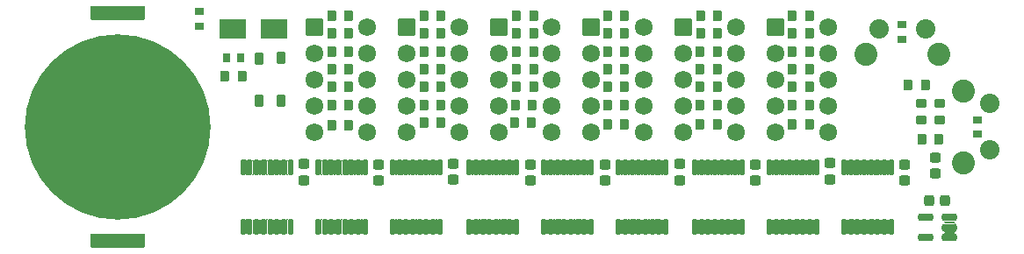
<source format=gbs>
%TF.GenerationSoftware,KiCad,Pcbnew,6.0.10*%
%TF.CreationDate,2023-02-04T17:50:08-06:00*%
%TF.ProjectId,button-clicker,62757474-6f6e-42d6-936c-69636b65722e,rev?*%
%TF.SameCoordinates,Original*%
%TF.FileFunction,Soldermask,Bot*%
%TF.FilePolarity,Negative*%
%FSLAX46Y46*%
G04 Gerber Fmt 4.6, Leading zero omitted, Abs format (unit mm)*
G04 Created by KiCad (PCBNEW 6.0.10) date 2023-02-04 17:50:08*
%MOMM*%
%LPD*%
G01*
G04 APERTURE LIST*
G04 Aperture macros list*
%AMRoundRect*
0 Rectangle with rounded corners*
0 $1 Rounding radius*
0 $2 $3 $4 $5 $6 $7 $8 $9 X,Y pos of 4 corners*
0 Add a 4 corners polygon primitive as box body*
4,1,4,$2,$3,$4,$5,$6,$7,$8,$9,$2,$3,0*
0 Add four circle primitives for the rounded corners*
1,1,$1+$1,$2,$3*
1,1,$1+$1,$4,$5*
1,1,$1+$1,$6,$7*
1,1,$1+$1,$8,$9*
0 Add four rect primitives between the rounded corners*
20,1,$1+$1,$2,$3,$4,$5,0*
20,1,$1+$1,$4,$5,$6,$7,0*
20,1,$1+$1,$6,$7,$8,$9,0*
20,1,$1+$1,$8,$9,$2,$3,0*%
G04 Aperture macros list end*
%ADD10RoundRect,0.060000X-0.800000X-0.800000X0.800000X-0.800000X0.800000X0.800000X-0.800000X0.800000X0*%
%ADD11C,1.720000*%
%ADD12C,2.220000*%
%ADD13C,1.870000*%
%ADD14RoundRect,0.210000X0.512500X0.150000X-0.512500X0.150000X-0.512500X-0.150000X0.512500X-0.150000X0*%
%ADD15RoundRect,0.260000X0.200000X0.275000X-0.200000X0.275000X-0.200000X-0.275000X0.200000X-0.275000X0*%
%ADD16RoundRect,0.160000X0.100000X-0.637500X0.100000X0.637500X-0.100000X0.637500X-0.100000X-0.637500X0*%
%ADD17RoundRect,0.285000X-0.250000X0.225000X-0.250000X-0.225000X0.250000X-0.225000X0.250000X0.225000X0*%
%ADD18RoundRect,0.260000X-0.200000X-0.275000X0.200000X-0.275000X0.200000X0.275000X-0.200000X0.275000X0*%
%ADD19RoundRect,0.285000X-0.225000X-0.250000X0.225000X-0.250000X0.225000X0.250000X-0.225000X0.250000X0*%
%ADD20RoundRect,0.060000X1.250000X0.900000X-1.250000X0.900000X-1.250000X-0.900000X1.250000X-0.900000X0*%
%ADD21RoundRect,0.060000X0.325000X-0.525000X0.325000X0.525000X-0.325000X0.525000X-0.325000X-0.525000X0*%
%ADD22RoundRect,0.060000X-0.300000X-0.350000X0.300000X-0.350000X0.300000X0.350000X-0.300000X0.350000X0*%
%ADD23RoundRect,0.060000X2.540000X-0.635000X2.540000X0.635000X-2.540000X0.635000X-2.540000X-0.635000X0*%
%ADD24C,17.920000*%
%ADD25RoundRect,0.260000X0.275000X-0.200000X0.275000X0.200000X-0.275000X0.200000X-0.275000X-0.200000X0*%
%ADD26RoundRect,0.060000X0.350000X-0.300000X0.350000X0.300000X-0.350000X0.300000X-0.350000X-0.300000X0*%
%ADD27RoundRect,0.060000X-0.350000X0.300000X-0.350000X-0.300000X0.350000X-0.300000X0.350000X0.300000X0*%
%ADD28RoundRect,0.260000X-0.275000X0.200000X-0.275000X-0.200000X0.275000X-0.200000X0.275000X0.200000X0*%
G04 APERTURE END LIST*
D10*
%TO.C,U12*%
X87630000Y-22860000D03*
D11*
X87630000Y-25400000D03*
X87630000Y-27940000D03*
X87630000Y-30480000D03*
X87630000Y-33020000D03*
X92710000Y-33020000D03*
X92710000Y-30480000D03*
X92710000Y-27940000D03*
X92710000Y-25400000D03*
X92710000Y-22860000D03*
%TD*%
D10*
%TO.C,U13*%
X78740000Y-22860000D03*
D11*
X78740000Y-25400000D03*
X78740000Y-27940000D03*
X78740000Y-30480000D03*
X78740000Y-33020000D03*
X83820000Y-33020000D03*
X83820000Y-30480000D03*
X83820000Y-27940000D03*
X83820000Y-25400000D03*
X83820000Y-22860000D03*
%TD*%
D10*
%TO.C,U14*%
X69850000Y-22860000D03*
D11*
X69850000Y-25400000D03*
X69850000Y-27940000D03*
X69850000Y-30480000D03*
X69850000Y-33020000D03*
X74930000Y-33020000D03*
X74930000Y-30480000D03*
X74930000Y-27940000D03*
X74930000Y-25400000D03*
X74930000Y-22860000D03*
%TD*%
D10*
%TO.C,U16*%
X52070000Y-22860000D03*
D11*
X52070000Y-25400000D03*
X52070000Y-27940000D03*
X52070000Y-30480000D03*
X52070000Y-33020000D03*
X57150000Y-33020000D03*
X57150000Y-30480000D03*
X57150000Y-27940000D03*
X57150000Y-25400000D03*
X57150000Y-22860000D03*
%TD*%
D12*
%TO.C,SW2*%
X112260000Y-25490000D03*
X105250000Y-25490000D03*
D13*
X106500000Y-23000000D03*
X111000000Y-23000000D03*
%TD*%
D12*
%TO.C,SW1*%
X114710000Y-35985000D03*
X114710000Y-28975000D03*
D13*
X117200000Y-30225000D03*
X117200000Y-34725000D03*
%TD*%
D10*
%TO.C,U11*%
X96520000Y-22860000D03*
D11*
X96520000Y-25400000D03*
X96520000Y-27940000D03*
X96520000Y-30480000D03*
X96520000Y-33020000D03*
X101600000Y-33020000D03*
X101600000Y-30480000D03*
X101600000Y-27940000D03*
X101600000Y-25400000D03*
X101600000Y-22860000D03*
%TD*%
D10*
%TO.C,U15*%
X60960000Y-22860000D03*
D11*
X60960000Y-25400000D03*
X60960000Y-27940000D03*
X60960000Y-30480000D03*
X60960000Y-33020000D03*
X66040000Y-33020000D03*
X66040000Y-30480000D03*
X66040000Y-27940000D03*
X66040000Y-25400000D03*
X66040000Y-22860000D03*
%TD*%
D14*
%TO.C,U1*%
X113337500Y-41250000D03*
X113337500Y-42200000D03*
X113337500Y-43150000D03*
X111062500Y-43150000D03*
X111062500Y-41250000D03*
%TD*%
D15*
%TO.C,R46*%
X55425000Y-21700000D03*
X53775000Y-21700000D03*
%TD*%
D16*
%TO.C,U3*%
X78775000Y-42113220D03*
X78125000Y-42113220D03*
X77475000Y-42113220D03*
X76825000Y-42113220D03*
X76175000Y-42113220D03*
X75525000Y-42113220D03*
X74875000Y-42113220D03*
X74225000Y-42113220D03*
X74225000Y-36388220D03*
X74875000Y-36388220D03*
X75525000Y-36388220D03*
X76175000Y-36388220D03*
X76825000Y-36388220D03*
X77475000Y-36388220D03*
X78125000Y-36388220D03*
X78775000Y-36388220D03*
%TD*%
D17*
%TO.C,C3*%
X109034735Y-36090265D03*
X109034735Y-37640265D03*
%TD*%
%TO.C,C6*%
X72900000Y-36100720D03*
X72900000Y-37650720D03*
%TD*%
D18*
%TO.C,R15*%
X89275000Y-28600000D03*
X90925000Y-28600000D03*
%TD*%
%TO.C,R43*%
X53775000Y-28600000D03*
X55425000Y-28600000D03*
%TD*%
D19*
%TO.C,C2*%
X111325000Y-39600000D03*
X112875000Y-39600000D03*
%TD*%
D17*
%TO.C,C7*%
X65500000Y-36050000D03*
X65500000Y-37600000D03*
%TD*%
D16*
%TO.C,U5*%
X107709735Y-42127765D03*
X107059735Y-42127765D03*
X106409735Y-42127765D03*
X105759735Y-42127765D03*
X105109735Y-42127765D03*
X104459735Y-42127765D03*
X103809735Y-42127765D03*
X103159735Y-42127765D03*
X103159735Y-36402765D03*
X103809735Y-36402765D03*
X104459735Y-36402765D03*
X105109735Y-36402765D03*
X105759735Y-36402765D03*
X106409735Y-36402765D03*
X107059735Y-36402765D03*
X107709735Y-36402765D03*
%TD*%
D17*
%TO.C,C4*%
X94634735Y-36115265D03*
X94634735Y-37665265D03*
%TD*%
D20*
%TO.C,D1*%
X48200000Y-23000000D03*
X44200000Y-23000000D03*
%TD*%
D18*
%TO.C,R13*%
X89300000Y-25200000D03*
X90950000Y-25200000D03*
%TD*%
%TO.C,R7*%
X98175000Y-26900000D03*
X99825000Y-26900000D03*
%TD*%
%TO.C,R27*%
X71575000Y-25200000D03*
X73225000Y-25200000D03*
%TD*%
%TO.C,R29*%
X71575000Y-28600000D03*
X73225000Y-28600000D03*
%TD*%
D16*
%TO.C,U6*%
X93309735Y-42127765D03*
X92659735Y-42127765D03*
X92009735Y-42127765D03*
X91359735Y-42127765D03*
X90709735Y-42127765D03*
X90059735Y-42127765D03*
X89409735Y-42127765D03*
X88759735Y-42127765D03*
X88759735Y-36402765D03*
X89409735Y-36402765D03*
X90059735Y-36402765D03*
X90709735Y-36402765D03*
X91359735Y-36402765D03*
X92009735Y-36402765D03*
X92659735Y-36402765D03*
X93309735Y-36402765D03*
%TD*%
%TO.C,U2*%
X100509735Y-42127765D03*
X99859735Y-42127765D03*
X99209735Y-42127765D03*
X98559735Y-42127765D03*
X97909735Y-42127765D03*
X97259735Y-42127765D03*
X96609735Y-42127765D03*
X95959735Y-42127765D03*
X95959735Y-36402765D03*
X96609735Y-36402765D03*
X97259735Y-36402765D03*
X97909735Y-36402765D03*
X98559735Y-36402765D03*
X99209735Y-36402765D03*
X99859735Y-36402765D03*
X100509735Y-36402765D03*
%TD*%
D18*
%TO.C,R20*%
X80375000Y-25200000D03*
X82025000Y-25200000D03*
%TD*%
D15*
%TO.C,R24*%
X82025000Y-30400000D03*
X80375000Y-30400000D03*
%TD*%
D18*
%TO.C,R41*%
X53775000Y-25200000D03*
X55425000Y-25200000D03*
%TD*%
%TO.C,R36*%
X62675000Y-28600000D03*
X64325000Y-28600000D03*
%TD*%
D15*
%TO.C,R40*%
X64325000Y-23400000D03*
X62675000Y-23400000D03*
%TD*%
D21*
%TO.C,SW3*%
X48875000Y-25825000D03*
X48875000Y-29975000D03*
X46725000Y-29975000D03*
X46725000Y-25850000D03*
%TD*%
D16*
%TO.C,U7*%
X85975000Y-42113220D03*
X85325000Y-42113220D03*
X84675000Y-42113220D03*
X84025000Y-42113220D03*
X83375000Y-42113220D03*
X82725000Y-42113220D03*
X82075000Y-42113220D03*
X81425000Y-42113220D03*
X81425000Y-36388220D03*
X82075000Y-36388220D03*
X82725000Y-36388220D03*
X83375000Y-36388220D03*
X84025000Y-36388220D03*
X84675000Y-36388220D03*
X85325000Y-36388220D03*
X85975000Y-36388220D03*
%TD*%
D15*
%TO.C,R9*%
X99825000Y-32200000D03*
X98175000Y-32200000D03*
%TD*%
%TO.C,R38*%
X64325000Y-30400000D03*
X62675000Y-30400000D03*
%TD*%
D17*
%TO.C,C8*%
X51100000Y-36075000D03*
X51100000Y-37625000D03*
%TD*%
%TO.C,C9*%
X101834735Y-35979206D03*
X101834735Y-37529206D03*
%TD*%
D16*
%TO.C,U10*%
X49775000Y-42112500D03*
X49125000Y-42112500D03*
X48475000Y-42112500D03*
X47825000Y-42112500D03*
X47175000Y-42112500D03*
X46525000Y-42112500D03*
X45875000Y-42112500D03*
X45225000Y-42112500D03*
X45225000Y-36387500D03*
X45875000Y-36387500D03*
X46525000Y-36387500D03*
X47175000Y-36387500D03*
X47825000Y-36387500D03*
X48475000Y-36387500D03*
X49125000Y-36387500D03*
X49775000Y-36387500D03*
%TD*%
D15*
%TO.C,R33*%
X73225000Y-23400000D03*
X71575000Y-23400000D03*
%TD*%
D17*
%TO.C,C10*%
X80100000Y-36100720D03*
X80100000Y-37650720D03*
%TD*%
D22*
%TO.C,D4*%
X45000000Y-25800000D03*
X43600000Y-25800000D03*
%TD*%
D18*
%TO.C,R21*%
X80375000Y-26900000D03*
X82025000Y-26900000D03*
%TD*%
D15*
%TO.C,R47*%
X55425000Y-23400000D03*
X53775000Y-23400000D03*
%TD*%
%TO.C,R32*%
X73225000Y-21700000D03*
X71575000Y-21700000D03*
%TD*%
D17*
%TO.C,C1*%
X112000000Y-35425000D03*
X112000000Y-36975000D03*
%TD*%
D15*
%TO.C,R17*%
X90925000Y-30400000D03*
X89275000Y-30400000D03*
%TD*%
%TO.C,R25*%
X82025000Y-21700000D03*
X80375000Y-21700000D03*
%TD*%
%TO.C,R1*%
X45125000Y-27600000D03*
X43475000Y-27600000D03*
%TD*%
D18*
%TO.C,R6*%
X98200000Y-25200000D03*
X99850000Y-25200000D03*
%TD*%
D15*
%TO.C,R45*%
X55425000Y-30400000D03*
X53775000Y-30400000D03*
%TD*%
D23*
%TO.C,BT1*%
X33100000Y-21515000D03*
X33100000Y-43485000D03*
D24*
X33100000Y-32500000D03*
%TD*%
D15*
%TO.C,R19*%
X91000000Y-23400000D03*
X89350000Y-23400000D03*
%TD*%
D25*
%TO.C,R3*%
X112400000Y-31825000D03*
X112400000Y-30175000D03*
%TD*%
D16*
%TO.C,U9*%
X64175000Y-42112500D03*
X63525000Y-42112500D03*
X62875000Y-42112500D03*
X62225000Y-42112500D03*
X61575000Y-42112500D03*
X60925000Y-42112500D03*
X60275000Y-42112500D03*
X59625000Y-42112500D03*
X59625000Y-36387500D03*
X60275000Y-36387500D03*
X60925000Y-36387500D03*
X61575000Y-36387500D03*
X62225000Y-36387500D03*
X62875000Y-36387500D03*
X63525000Y-36387500D03*
X64175000Y-36387500D03*
%TD*%
D18*
%TO.C,R14*%
X89275000Y-26900000D03*
X90925000Y-26900000D03*
%TD*%
D15*
%TO.C,R30*%
X73025000Y-32100000D03*
X71375000Y-32100000D03*
%TD*%
D18*
%TO.C,R5*%
X109375000Y-28400000D03*
X111025000Y-28400000D03*
%TD*%
D15*
%TO.C,R18*%
X91000000Y-21700000D03*
X89350000Y-21700000D03*
%TD*%
D18*
%TO.C,R42*%
X53775000Y-26900000D03*
X55425000Y-26900000D03*
%TD*%
D15*
%TO.C,R16*%
X90925000Y-32200000D03*
X89275000Y-32200000D03*
%TD*%
D18*
%TO.C,R8*%
X98175000Y-28600000D03*
X99825000Y-28600000D03*
%TD*%
D15*
%TO.C,R44*%
X55425000Y-32300000D03*
X53775000Y-32300000D03*
%TD*%
D17*
%TO.C,C5*%
X87300000Y-36075720D03*
X87300000Y-37625720D03*
%TD*%
D18*
%TO.C,R34*%
X62675000Y-25200000D03*
X64325000Y-25200000D03*
%TD*%
D26*
%TO.C,D5*%
X41000000Y-22750000D03*
X41000000Y-21350000D03*
%TD*%
D27*
%TO.C,D2*%
X116000000Y-33200000D03*
X116000000Y-31800000D03*
%TD*%
D15*
%TO.C,R31*%
X73125000Y-30400000D03*
X71475000Y-30400000D03*
%TD*%
D18*
%TO.C,R35*%
X62675000Y-26900000D03*
X64325000Y-26900000D03*
%TD*%
D16*
%TO.C,U8*%
X71575000Y-42113220D03*
X70925000Y-42113220D03*
X70275000Y-42113220D03*
X69625000Y-42113220D03*
X68975000Y-42113220D03*
X68325000Y-42113220D03*
X67675000Y-42113220D03*
X67025000Y-42113220D03*
X67025000Y-36388220D03*
X67675000Y-36388220D03*
X68325000Y-36388220D03*
X68975000Y-36388220D03*
X69625000Y-36388220D03*
X70275000Y-36388220D03*
X70925000Y-36388220D03*
X71575000Y-36388220D03*
%TD*%
D28*
%TO.C,R2*%
X110600000Y-30175000D03*
X110600000Y-31825000D03*
%TD*%
D27*
%TO.C,D3*%
X108775000Y-23987500D03*
X108775000Y-22587500D03*
%TD*%
D15*
%TO.C,R26*%
X82025000Y-23400000D03*
X80375000Y-23400000D03*
%TD*%
D17*
%TO.C,C11*%
X58300000Y-36100000D03*
X58300000Y-37650000D03*
%TD*%
D16*
%TO.C,U4*%
X56975000Y-42112500D03*
X56325000Y-42112500D03*
X55675000Y-42112500D03*
X55025000Y-42112500D03*
X54375000Y-42112500D03*
X53725000Y-42112500D03*
X53075000Y-42112500D03*
X52425000Y-42112500D03*
X52425000Y-36387500D03*
X53075000Y-36387500D03*
X53725000Y-36387500D03*
X54375000Y-36387500D03*
X55025000Y-36387500D03*
X55675000Y-36387500D03*
X56325000Y-36387500D03*
X56975000Y-36387500D03*
%TD*%
D18*
%TO.C,R22*%
X80375000Y-28600000D03*
X82025000Y-28600000D03*
%TD*%
D15*
%TO.C,R23*%
X82025000Y-32200000D03*
X80375000Y-32200000D03*
%TD*%
D18*
%TO.C,R28*%
X71575000Y-26900000D03*
X73225000Y-26900000D03*
%TD*%
D15*
%TO.C,R11*%
X99825000Y-21700000D03*
X98175000Y-21700000D03*
%TD*%
%TO.C,R37*%
X64325000Y-32100000D03*
X62675000Y-32100000D03*
%TD*%
%TO.C,R12*%
X99825000Y-23400000D03*
X98175000Y-23400000D03*
%TD*%
%TO.C,R39*%
X64325000Y-21700000D03*
X62675000Y-21700000D03*
%TD*%
%TO.C,R10*%
X99825000Y-30400000D03*
X98175000Y-30400000D03*
%TD*%
D18*
%TO.C,R4*%
X110675000Y-33700000D03*
X112325000Y-33700000D03*
%TD*%
G36*
X96838185Y-41396516D02*
G01*
X96844142Y-41402462D01*
X96907695Y-41437092D01*
X96979659Y-41431882D01*
X97025518Y-41402352D01*
X97031162Y-41396699D01*
X97033093Y-41396180D01*
X97034508Y-41397593D01*
X97034240Y-41399223D01*
X97013799Y-41429815D01*
X97001735Y-41490464D01*
X97001735Y-42765066D01*
X97013799Y-42825715D01*
X97034361Y-42856488D01*
X97034492Y-42858484D01*
X97032829Y-42859595D01*
X97031285Y-42859014D01*
X97025328Y-42853068D01*
X96961775Y-42818438D01*
X96889811Y-42823648D01*
X96843952Y-42853178D01*
X96838308Y-42858831D01*
X96836377Y-42859350D01*
X96834962Y-42857937D01*
X96835230Y-42856307D01*
X96855671Y-42825715D01*
X96867735Y-42765066D01*
X96867735Y-41490464D01*
X96855671Y-41429815D01*
X96835109Y-41399042D01*
X96834978Y-41397046D01*
X96836641Y-41395935D01*
X96838185Y-41396516D01*
G37*
G36*
X100088185Y-41396516D02*
G01*
X100094142Y-41402462D01*
X100157695Y-41437092D01*
X100229659Y-41431882D01*
X100275518Y-41402352D01*
X100281162Y-41396699D01*
X100283093Y-41396180D01*
X100284508Y-41397593D01*
X100284240Y-41399223D01*
X100263799Y-41429815D01*
X100251735Y-41490464D01*
X100251735Y-42765066D01*
X100263799Y-42825715D01*
X100284361Y-42856488D01*
X100284492Y-42858484D01*
X100282829Y-42859595D01*
X100281285Y-42859014D01*
X100275328Y-42853068D01*
X100211775Y-42818438D01*
X100139811Y-42823648D01*
X100093952Y-42853178D01*
X100088308Y-42858831D01*
X100086377Y-42859350D01*
X100084962Y-42857937D01*
X100085230Y-42856307D01*
X100105671Y-42825715D01*
X100117735Y-42765066D01*
X100117735Y-41490464D01*
X100105671Y-41429815D01*
X100085109Y-41399042D01*
X100084978Y-41397046D01*
X100086641Y-41395935D01*
X100088185Y-41396516D01*
G37*
G36*
X105988185Y-41396516D02*
G01*
X105994142Y-41402462D01*
X106057695Y-41437092D01*
X106129659Y-41431882D01*
X106175518Y-41402352D01*
X106181162Y-41396699D01*
X106183093Y-41396180D01*
X106184508Y-41397593D01*
X106184240Y-41399223D01*
X106163799Y-41429815D01*
X106151735Y-41490464D01*
X106151735Y-42765066D01*
X106163799Y-42825715D01*
X106184361Y-42856488D01*
X106184492Y-42858484D01*
X106182829Y-42859595D01*
X106181285Y-42859014D01*
X106175328Y-42853068D01*
X106111775Y-42818438D01*
X106039811Y-42823648D01*
X105993952Y-42853178D01*
X105988308Y-42858831D01*
X105986377Y-42859350D01*
X105984962Y-42857937D01*
X105985230Y-42856307D01*
X106005671Y-42825715D01*
X106017735Y-42765066D01*
X106017735Y-41490464D01*
X106005671Y-41429815D01*
X105985109Y-41399042D01*
X105984978Y-41397046D01*
X105986641Y-41395935D01*
X105988185Y-41396516D01*
G37*
G36*
X97488185Y-41396516D02*
G01*
X97494142Y-41402462D01*
X97557695Y-41437092D01*
X97629659Y-41431882D01*
X97675518Y-41402352D01*
X97681162Y-41396699D01*
X97683093Y-41396180D01*
X97684508Y-41397593D01*
X97684240Y-41399223D01*
X97663799Y-41429815D01*
X97651735Y-41490464D01*
X97651735Y-42765066D01*
X97663799Y-42825715D01*
X97684361Y-42856488D01*
X97684492Y-42858484D01*
X97682829Y-42859595D01*
X97681285Y-42859014D01*
X97675328Y-42853068D01*
X97611775Y-42818438D01*
X97539811Y-42823648D01*
X97493952Y-42853178D01*
X97488308Y-42858831D01*
X97486377Y-42859350D01*
X97484962Y-42857937D01*
X97485230Y-42856307D01*
X97505671Y-42825715D01*
X97517735Y-42765066D01*
X97517735Y-41490464D01*
X97505671Y-41429815D01*
X97485109Y-41399042D01*
X97484978Y-41397046D01*
X97486641Y-41395935D01*
X97488185Y-41396516D01*
G37*
G36*
X106638185Y-41396516D02*
G01*
X106644142Y-41402462D01*
X106707695Y-41437092D01*
X106779659Y-41431882D01*
X106825518Y-41402352D01*
X106831162Y-41396699D01*
X106833093Y-41396180D01*
X106834508Y-41397593D01*
X106834240Y-41399223D01*
X106813799Y-41429815D01*
X106801735Y-41490464D01*
X106801735Y-42765066D01*
X106813799Y-42825715D01*
X106834361Y-42856488D01*
X106834492Y-42858484D01*
X106832829Y-42859595D01*
X106831285Y-42859014D01*
X106825328Y-42853068D01*
X106761775Y-42818438D01*
X106689811Y-42823648D01*
X106643952Y-42853178D01*
X106638308Y-42858831D01*
X106636377Y-42859350D01*
X106634962Y-42857937D01*
X106635230Y-42856307D01*
X106655671Y-42825715D01*
X106667735Y-42765066D01*
X106667735Y-41490464D01*
X106655671Y-41429815D01*
X106635109Y-41399042D01*
X106634978Y-41397046D01*
X106636641Y-41395935D01*
X106638185Y-41396516D01*
G37*
G36*
X91588185Y-41396516D02*
G01*
X91594142Y-41402462D01*
X91657695Y-41437092D01*
X91729659Y-41431882D01*
X91775518Y-41402352D01*
X91781162Y-41396699D01*
X91783093Y-41396180D01*
X91784508Y-41397593D01*
X91784240Y-41399223D01*
X91763799Y-41429815D01*
X91751735Y-41490464D01*
X91751735Y-42765066D01*
X91763799Y-42825715D01*
X91784361Y-42856488D01*
X91784492Y-42858484D01*
X91782829Y-42859595D01*
X91781285Y-42859014D01*
X91775328Y-42853068D01*
X91711775Y-42818438D01*
X91639811Y-42823648D01*
X91593952Y-42853178D01*
X91588308Y-42858831D01*
X91586377Y-42859350D01*
X91584962Y-42857937D01*
X91585230Y-42856307D01*
X91605671Y-42825715D01*
X91617735Y-42765066D01*
X91617735Y-41490464D01*
X91605671Y-41429815D01*
X91585109Y-41399042D01*
X91584978Y-41397046D01*
X91586641Y-41395935D01*
X91588185Y-41396516D01*
G37*
G36*
X104038185Y-41396516D02*
G01*
X104044142Y-41402462D01*
X104107695Y-41437092D01*
X104179659Y-41431882D01*
X104225518Y-41402352D01*
X104231162Y-41396699D01*
X104233093Y-41396180D01*
X104234508Y-41397593D01*
X104234240Y-41399223D01*
X104213799Y-41429815D01*
X104201735Y-41490464D01*
X104201735Y-42765066D01*
X104213799Y-42825715D01*
X104234361Y-42856488D01*
X104234492Y-42858484D01*
X104232829Y-42859595D01*
X104231285Y-42859014D01*
X104225328Y-42853068D01*
X104161775Y-42818438D01*
X104089811Y-42823648D01*
X104043952Y-42853178D01*
X104038308Y-42858831D01*
X104036377Y-42859350D01*
X104034962Y-42857937D01*
X104035230Y-42856307D01*
X104055671Y-42825715D01*
X104067735Y-42765066D01*
X104067735Y-41490464D01*
X104055671Y-41429815D01*
X104035109Y-41399042D01*
X104034978Y-41397046D01*
X104036641Y-41395935D01*
X104038185Y-41396516D01*
G37*
G36*
X105338185Y-41396516D02*
G01*
X105344142Y-41402462D01*
X105407695Y-41437092D01*
X105479659Y-41431882D01*
X105525518Y-41402352D01*
X105531162Y-41396699D01*
X105533093Y-41396180D01*
X105534508Y-41397593D01*
X105534240Y-41399223D01*
X105513799Y-41429815D01*
X105501735Y-41490464D01*
X105501735Y-42765066D01*
X105513799Y-42825715D01*
X105534361Y-42856488D01*
X105534492Y-42858484D01*
X105532829Y-42859595D01*
X105531285Y-42859014D01*
X105525328Y-42853068D01*
X105461775Y-42818438D01*
X105389811Y-42823648D01*
X105343952Y-42853178D01*
X105338308Y-42858831D01*
X105336377Y-42859350D01*
X105334962Y-42857937D01*
X105335230Y-42856307D01*
X105355671Y-42825715D01*
X105367735Y-42765066D01*
X105367735Y-41490464D01*
X105355671Y-41429815D01*
X105335109Y-41399042D01*
X105334978Y-41397046D01*
X105336641Y-41395935D01*
X105338185Y-41396516D01*
G37*
G36*
X99438185Y-41396516D02*
G01*
X99444142Y-41402462D01*
X99507695Y-41437092D01*
X99579659Y-41431882D01*
X99625518Y-41402352D01*
X99631162Y-41396699D01*
X99633093Y-41396180D01*
X99634508Y-41397593D01*
X99634240Y-41399223D01*
X99613799Y-41429815D01*
X99601735Y-41490464D01*
X99601735Y-42765066D01*
X99613799Y-42825715D01*
X99634361Y-42856488D01*
X99634492Y-42858484D01*
X99632829Y-42859595D01*
X99631285Y-42859014D01*
X99625328Y-42853068D01*
X99561775Y-42818438D01*
X99489811Y-42823648D01*
X99443952Y-42853178D01*
X99438308Y-42858831D01*
X99436377Y-42859350D01*
X99434962Y-42857937D01*
X99435230Y-42856307D01*
X99455671Y-42825715D01*
X99467735Y-42765066D01*
X99467735Y-41490464D01*
X99455671Y-41429815D01*
X99435109Y-41399042D01*
X99434978Y-41397046D01*
X99436641Y-41395935D01*
X99438185Y-41396516D01*
G37*
G36*
X98138185Y-41396516D02*
G01*
X98144142Y-41402462D01*
X98207695Y-41437092D01*
X98279659Y-41431882D01*
X98325518Y-41402352D01*
X98331162Y-41396699D01*
X98333093Y-41396180D01*
X98334508Y-41397593D01*
X98334240Y-41399223D01*
X98313799Y-41429815D01*
X98301735Y-41490464D01*
X98301735Y-42765066D01*
X98313799Y-42825715D01*
X98334361Y-42856488D01*
X98334492Y-42858484D01*
X98332829Y-42859595D01*
X98331285Y-42859014D01*
X98325328Y-42853068D01*
X98261775Y-42818438D01*
X98189811Y-42823648D01*
X98143952Y-42853178D01*
X98138308Y-42858831D01*
X98136377Y-42859350D01*
X98134962Y-42857937D01*
X98135230Y-42856307D01*
X98155671Y-42825715D01*
X98167735Y-42765066D01*
X98167735Y-41490464D01*
X98155671Y-41429815D01*
X98135109Y-41399042D01*
X98134978Y-41397046D01*
X98136641Y-41395935D01*
X98138185Y-41396516D01*
G37*
G36*
X103388185Y-41396516D02*
G01*
X103394142Y-41402462D01*
X103457695Y-41437092D01*
X103529659Y-41431882D01*
X103575518Y-41402352D01*
X103581162Y-41396699D01*
X103583093Y-41396180D01*
X103584508Y-41397593D01*
X103584240Y-41399223D01*
X103563799Y-41429815D01*
X103551735Y-41490464D01*
X103551735Y-42765066D01*
X103563799Y-42825715D01*
X103584361Y-42856488D01*
X103584492Y-42858484D01*
X103582829Y-42859595D01*
X103581285Y-42859014D01*
X103575328Y-42853068D01*
X103511775Y-42818438D01*
X103439811Y-42823648D01*
X103393952Y-42853178D01*
X103388308Y-42858831D01*
X103386377Y-42859350D01*
X103384962Y-42857937D01*
X103385230Y-42856307D01*
X103405671Y-42825715D01*
X103417735Y-42765066D01*
X103417735Y-41490464D01*
X103405671Y-41429815D01*
X103385109Y-41399042D01*
X103384978Y-41397046D01*
X103386641Y-41395935D01*
X103388185Y-41396516D01*
G37*
G36*
X96188185Y-41396516D02*
G01*
X96194142Y-41402462D01*
X96257695Y-41437092D01*
X96329659Y-41431882D01*
X96375518Y-41402352D01*
X96381162Y-41396699D01*
X96383093Y-41396180D01*
X96384508Y-41397593D01*
X96384240Y-41399223D01*
X96363799Y-41429815D01*
X96351735Y-41490464D01*
X96351735Y-42765066D01*
X96363799Y-42825715D01*
X96384361Y-42856488D01*
X96384492Y-42858484D01*
X96382829Y-42859595D01*
X96381285Y-42859014D01*
X96375328Y-42853068D01*
X96311775Y-42818438D01*
X96239811Y-42823648D01*
X96193952Y-42853178D01*
X96188308Y-42858831D01*
X96186377Y-42859350D01*
X96184962Y-42857937D01*
X96185230Y-42856307D01*
X96205671Y-42825715D01*
X96217735Y-42765066D01*
X96217735Y-41490464D01*
X96205671Y-41429815D01*
X96185109Y-41399042D01*
X96184978Y-41397046D01*
X96186641Y-41395935D01*
X96188185Y-41396516D01*
G37*
G36*
X107288185Y-41396516D02*
G01*
X107294142Y-41402462D01*
X107357695Y-41437092D01*
X107429659Y-41431882D01*
X107475518Y-41402352D01*
X107481162Y-41396699D01*
X107483093Y-41396180D01*
X107484508Y-41397593D01*
X107484240Y-41399223D01*
X107463799Y-41429815D01*
X107451735Y-41490464D01*
X107451735Y-42765066D01*
X107463799Y-42825715D01*
X107484361Y-42856488D01*
X107484492Y-42858484D01*
X107482829Y-42859595D01*
X107481285Y-42859014D01*
X107475328Y-42853068D01*
X107411775Y-42818438D01*
X107339811Y-42823648D01*
X107293952Y-42853178D01*
X107288308Y-42858831D01*
X107286377Y-42859350D01*
X107284962Y-42857937D01*
X107285230Y-42856307D01*
X107305671Y-42825715D01*
X107317735Y-42765066D01*
X107317735Y-41490464D01*
X107305671Y-41429815D01*
X107285109Y-41399042D01*
X107284978Y-41397046D01*
X107286641Y-41395935D01*
X107288185Y-41396516D01*
G37*
G36*
X88988185Y-41396516D02*
G01*
X88994142Y-41402462D01*
X89057695Y-41437092D01*
X89129659Y-41431882D01*
X89175518Y-41402352D01*
X89181162Y-41396699D01*
X89183093Y-41396180D01*
X89184508Y-41397593D01*
X89184240Y-41399223D01*
X89163799Y-41429815D01*
X89151735Y-41490464D01*
X89151735Y-42765066D01*
X89163799Y-42825715D01*
X89184361Y-42856488D01*
X89184492Y-42858484D01*
X89182829Y-42859595D01*
X89181285Y-42859014D01*
X89175328Y-42853068D01*
X89111775Y-42818438D01*
X89039811Y-42823648D01*
X88993952Y-42853178D01*
X88988308Y-42858831D01*
X88986377Y-42859350D01*
X88984962Y-42857937D01*
X88985230Y-42856307D01*
X89005671Y-42825715D01*
X89017735Y-42765066D01*
X89017735Y-41490464D01*
X89005671Y-41429815D01*
X88985109Y-41399042D01*
X88984978Y-41397046D01*
X88986641Y-41395935D01*
X88988185Y-41396516D01*
G37*
G36*
X89638185Y-41396516D02*
G01*
X89644142Y-41402462D01*
X89707695Y-41437092D01*
X89779659Y-41431882D01*
X89825518Y-41402352D01*
X89831162Y-41396699D01*
X89833093Y-41396180D01*
X89834508Y-41397593D01*
X89834240Y-41399223D01*
X89813799Y-41429815D01*
X89801735Y-41490464D01*
X89801735Y-42765066D01*
X89813799Y-42825715D01*
X89834361Y-42856488D01*
X89834492Y-42858484D01*
X89832829Y-42859595D01*
X89831285Y-42859014D01*
X89825328Y-42853068D01*
X89761775Y-42818438D01*
X89689811Y-42823648D01*
X89643952Y-42853178D01*
X89638308Y-42858831D01*
X89636377Y-42859350D01*
X89634962Y-42857937D01*
X89635230Y-42856307D01*
X89655671Y-42825715D01*
X89667735Y-42765066D01*
X89667735Y-41490464D01*
X89655671Y-41429815D01*
X89635109Y-41399042D01*
X89634978Y-41397046D01*
X89636641Y-41395935D01*
X89638185Y-41396516D01*
G37*
G36*
X98788185Y-41396516D02*
G01*
X98794142Y-41402462D01*
X98857695Y-41437092D01*
X98929659Y-41431882D01*
X98975518Y-41402352D01*
X98981162Y-41396699D01*
X98983093Y-41396180D01*
X98984508Y-41397593D01*
X98984240Y-41399223D01*
X98963799Y-41429815D01*
X98951735Y-41490464D01*
X98951735Y-42765066D01*
X98963799Y-42825715D01*
X98984361Y-42856488D01*
X98984492Y-42858484D01*
X98982829Y-42859595D01*
X98981285Y-42859014D01*
X98975328Y-42853068D01*
X98911775Y-42818438D01*
X98839811Y-42823648D01*
X98793952Y-42853178D01*
X98788308Y-42858831D01*
X98786377Y-42859350D01*
X98784962Y-42857937D01*
X98785230Y-42856307D01*
X98805671Y-42825715D01*
X98817735Y-42765066D01*
X98817735Y-41490464D01*
X98805671Y-41429815D01*
X98785109Y-41399042D01*
X98784978Y-41397046D01*
X98786641Y-41395935D01*
X98788185Y-41396516D01*
G37*
G36*
X104688185Y-41396516D02*
G01*
X104694142Y-41402462D01*
X104757695Y-41437092D01*
X104829659Y-41431882D01*
X104875518Y-41402352D01*
X104881162Y-41396699D01*
X104883093Y-41396180D01*
X104884508Y-41397593D01*
X104884240Y-41399223D01*
X104863799Y-41429815D01*
X104851735Y-41490464D01*
X104851735Y-42765066D01*
X104863799Y-42825715D01*
X104884361Y-42856488D01*
X104884492Y-42858484D01*
X104882829Y-42859595D01*
X104881285Y-42859014D01*
X104875328Y-42853068D01*
X104811775Y-42818438D01*
X104739811Y-42823648D01*
X104693952Y-42853178D01*
X104688308Y-42858831D01*
X104686377Y-42859350D01*
X104684962Y-42857937D01*
X104685230Y-42856307D01*
X104705671Y-42825715D01*
X104717735Y-42765066D01*
X104717735Y-41490464D01*
X104705671Y-41429815D01*
X104685109Y-41399042D01*
X104684978Y-41397046D01*
X104686641Y-41395935D01*
X104688185Y-41396516D01*
G37*
G36*
X90938185Y-41396516D02*
G01*
X90944142Y-41402462D01*
X91007695Y-41437092D01*
X91079659Y-41431882D01*
X91125518Y-41402352D01*
X91131162Y-41396699D01*
X91133093Y-41396180D01*
X91134508Y-41397593D01*
X91134240Y-41399223D01*
X91113799Y-41429815D01*
X91101735Y-41490464D01*
X91101735Y-42765066D01*
X91113799Y-42825715D01*
X91134361Y-42856488D01*
X91134492Y-42858484D01*
X91132829Y-42859595D01*
X91131285Y-42859014D01*
X91125328Y-42853068D01*
X91061775Y-42818438D01*
X90989811Y-42823648D01*
X90943952Y-42853178D01*
X90938308Y-42858831D01*
X90936377Y-42859350D01*
X90934962Y-42857937D01*
X90935230Y-42856307D01*
X90955671Y-42825715D01*
X90967735Y-42765066D01*
X90967735Y-41490464D01*
X90955671Y-41429815D01*
X90935109Y-41399042D01*
X90934978Y-41397046D01*
X90936641Y-41395935D01*
X90938185Y-41396516D01*
G37*
G36*
X92238185Y-41396516D02*
G01*
X92244142Y-41402462D01*
X92307695Y-41437092D01*
X92379659Y-41431882D01*
X92425518Y-41402352D01*
X92431162Y-41396699D01*
X92433093Y-41396180D01*
X92434508Y-41397593D01*
X92434240Y-41399223D01*
X92413799Y-41429815D01*
X92401735Y-41490464D01*
X92401735Y-42765066D01*
X92413799Y-42825715D01*
X92434361Y-42856488D01*
X92434492Y-42858484D01*
X92432829Y-42859595D01*
X92431285Y-42859014D01*
X92425328Y-42853068D01*
X92361775Y-42818438D01*
X92289811Y-42823648D01*
X92243952Y-42853178D01*
X92238308Y-42858831D01*
X92236377Y-42859350D01*
X92234962Y-42857937D01*
X92235230Y-42856307D01*
X92255671Y-42825715D01*
X92267735Y-42765066D01*
X92267735Y-41490464D01*
X92255671Y-41429815D01*
X92235109Y-41399042D01*
X92234978Y-41397046D01*
X92236641Y-41395935D01*
X92238185Y-41396516D01*
G37*
G36*
X90288185Y-41396516D02*
G01*
X90294142Y-41402462D01*
X90357695Y-41437092D01*
X90429659Y-41431882D01*
X90475518Y-41402352D01*
X90481162Y-41396699D01*
X90483093Y-41396180D01*
X90484508Y-41397593D01*
X90484240Y-41399223D01*
X90463799Y-41429815D01*
X90451735Y-41490464D01*
X90451735Y-42765066D01*
X90463799Y-42825715D01*
X90484361Y-42856488D01*
X90484492Y-42858484D01*
X90482829Y-42859595D01*
X90481285Y-42859014D01*
X90475328Y-42853068D01*
X90411775Y-42818438D01*
X90339811Y-42823648D01*
X90293952Y-42853178D01*
X90288308Y-42858831D01*
X90286377Y-42859350D01*
X90284962Y-42857937D01*
X90285230Y-42856307D01*
X90305671Y-42825715D01*
X90317735Y-42765066D01*
X90317735Y-41490464D01*
X90305671Y-41429815D01*
X90285109Y-41399042D01*
X90284978Y-41397046D01*
X90286641Y-41395935D01*
X90288185Y-41396516D01*
G37*
G36*
X92888185Y-41396516D02*
G01*
X92894142Y-41402462D01*
X92957695Y-41437092D01*
X93029659Y-41431882D01*
X93075518Y-41402352D01*
X93081162Y-41396699D01*
X93083093Y-41396180D01*
X93084508Y-41397593D01*
X93084240Y-41399223D01*
X93063799Y-41429815D01*
X93051735Y-41490464D01*
X93051735Y-42765066D01*
X93063799Y-42825715D01*
X93084361Y-42856488D01*
X93084492Y-42858484D01*
X93082829Y-42859595D01*
X93081285Y-42859014D01*
X93075328Y-42853068D01*
X93011775Y-42818438D01*
X92939811Y-42823648D01*
X92893952Y-42853178D01*
X92888308Y-42858831D01*
X92886377Y-42859350D01*
X92884962Y-42857937D01*
X92885230Y-42856307D01*
X92905671Y-42825715D01*
X92917735Y-42765066D01*
X92917735Y-41490464D01*
X92905671Y-41429815D01*
X92885109Y-41399042D01*
X92884978Y-41397046D01*
X92886641Y-41395935D01*
X92888185Y-41396516D01*
G37*
G36*
X74453450Y-41381971D02*
G01*
X74459407Y-41387917D01*
X74522960Y-41422547D01*
X74594924Y-41417337D01*
X74640783Y-41387807D01*
X74646427Y-41382154D01*
X74648358Y-41381635D01*
X74649773Y-41383048D01*
X74649505Y-41384678D01*
X74629064Y-41415270D01*
X74617000Y-41475919D01*
X74617000Y-42750521D01*
X74629064Y-42811170D01*
X74649626Y-42841943D01*
X74649757Y-42843939D01*
X74648094Y-42845050D01*
X74646550Y-42844469D01*
X74640593Y-42838523D01*
X74577040Y-42803893D01*
X74505076Y-42809103D01*
X74459217Y-42838633D01*
X74453573Y-42844286D01*
X74451642Y-42844805D01*
X74450227Y-42843392D01*
X74450495Y-42841762D01*
X74470936Y-42811170D01*
X74483000Y-42750521D01*
X74483000Y-41475919D01*
X74470936Y-41415270D01*
X74450374Y-41384497D01*
X74450243Y-41382501D01*
X74451906Y-41381390D01*
X74453450Y-41381971D01*
G37*
G36*
X84903450Y-41381971D02*
G01*
X84909407Y-41387917D01*
X84972960Y-41422547D01*
X85044924Y-41417337D01*
X85090783Y-41387807D01*
X85096427Y-41382154D01*
X85098358Y-41381635D01*
X85099773Y-41383048D01*
X85099505Y-41384678D01*
X85079064Y-41415270D01*
X85067000Y-41475919D01*
X85067000Y-42750521D01*
X85079064Y-42811170D01*
X85099626Y-42841943D01*
X85099757Y-42843939D01*
X85098094Y-42845050D01*
X85096550Y-42844469D01*
X85090593Y-42838523D01*
X85027040Y-42803893D01*
X84955076Y-42809103D01*
X84909217Y-42838633D01*
X84903573Y-42844286D01*
X84901642Y-42844805D01*
X84900227Y-42843392D01*
X84900495Y-42841762D01*
X84920936Y-42811170D01*
X84933000Y-42750521D01*
X84933000Y-41475919D01*
X84920936Y-41415270D01*
X84900374Y-41384497D01*
X84900243Y-41382501D01*
X84901906Y-41381390D01*
X84903450Y-41381971D01*
G37*
G36*
X77703450Y-41381971D02*
G01*
X77709407Y-41387917D01*
X77772960Y-41422547D01*
X77844924Y-41417337D01*
X77890783Y-41387807D01*
X77896427Y-41382154D01*
X77898358Y-41381635D01*
X77899773Y-41383048D01*
X77899505Y-41384678D01*
X77879064Y-41415270D01*
X77867000Y-41475919D01*
X77867000Y-42750521D01*
X77879064Y-42811170D01*
X77899626Y-42841943D01*
X77899757Y-42843939D01*
X77898094Y-42845050D01*
X77896550Y-42844469D01*
X77890593Y-42838523D01*
X77827040Y-42803893D01*
X77755076Y-42809103D01*
X77709217Y-42838633D01*
X77703573Y-42844286D01*
X77701642Y-42844805D01*
X77700227Y-42843392D01*
X77700495Y-42841762D01*
X77720936Y-42811170D01*
X77733000Y-42750521D01*
X77733000Y-41475919D01*
X77720936Y-41415270D01*
X77700374Y-41384497D01*
X77700243Y-41382501D01*
X77701906Y-41381390D01*
X77703450Y-41381971D01*
G37*
G36*
X83603450Y-41381971D02*
G01*
X83609407Y-41387917D01*
X83672960Y-41422547D01*
X83744924Y-41417337D01*
X83790783Y-41387807D01*
X83796427Y-41382154D01*
X83798358Y-41381635D01*
X83799773Y-41383048D01*
X83799505Y-41384678D01*
X83779064Y-41415270D01*
X83767000Y-41475919D01*
X83767000Y-42750521D01*
X83779064Y-42811170D01*
X83799626Y-42841943D01*
X83799757Y-42843939D01*
X83798094Y-42845050D01*
X83796550Y-42844469D01*
X83790593Y-42838523D01*
X83727040Y-42803893D01*
X83655076Y-42809103D01*
X83609217Y-42838633D01*
X83603573Y-42844286D01*
X83601642Y-42844805D01*
X83600227Y-42843392D01*
X83600495Y-42841762D01*
X83620936Y-42811170D01*
X83633000Y-42750521D01*
X83633000Y-41475919D01*
X83620936Y-41415270D01*
X83600374Y-41384497D01*
X83600243Y-41382501D01*
X83601906Y-41381390D01*
X83603450Y-41381971D01*
G37*
G36*
X85553450Y-41381971D02*
G01*
X85559407Y-41387917D01*
X85622960Y-41422547D01*
X85694924Y-41417337D01*
X85740783Y-41387807D01*
X85746427Y-41382154D01*
X85748358Y-41381635D01*
X85749773Y-41383048D01*
X85749505Y-41384678D01*
X85729064Y-41415270D01*
X85717000Y-41475919D01*
X85717000Y-42750521D01*
X85729064Y-42811170D01*
X85749626Y-42841943D01*
X85749757Y-42843939D01*
X85748094Y-42845050D01*
X85746550Y-42844469D01*
X85740593Y-42838523D01*
X85677040Y-42803893D01*
X85605076Y-42809103D01*
X85559217Y-42838633D01*
X85553573Y-42844286D01*
X85551642Y-42844805D01*
X85550227Y-42843392D01*
X85550495Y-42841762D01*
X85570936Y-42811170D01*
X85583000Y-42750521D01*
X85583000Y-41475919D01*
X85570936Y-41415270D01*
X85550374Y-41384497D01*
X85550243Y-41382501D01*
X85551906Y-41381390D01*
X85553450Y-41381971D01*
G37*
G36*
X82303450Y-41381971D02*
G01*
X82309407Y-41387917D01*
X82372960Y-41422547D01*
X82444924Y-41417337D01*
X82490783Y-41387807D01*
X82496427Y-41382154D01*
X82498358Y-41381635D01*
X82499773Y-41383048D01*
X82499505Y-41384678D01*
X82479064Y-41415270D01*
X82467000Y-41475919D01*
X82467000Y-42750521D01*
X82479064Y-42811170D01*
X82499626Y-42841943D01*
X82499757Y-42843939D01*
X82498094Y-42845050D01*
X82496550Y-42844469D01*
X82490593Y-42838523D01*
X82427040Y-42803893D01*
X82355076Y-42809103D01*
X82309217Y-42838633D01*
X82303573Y-42844286D01*
X82301642Y-42844805D01*
X82300227Y-42843392D01*
X82300495Y-42841762D01*
X82320936Y-42811170D01*
X82333000Y-42750521D01*
X82333000Y-41475919D01*
X82320936Y-41415270D01*
X82300374Y-41384497D01*
X82300243Y-41382501D01*
X82301906Y-41381390D01*
X82303450Y-41381971D01*
G37*
G36*
X75753450Y-41381971D02*
G01*
X75759407Y-41387917D01*
X75822960Y-41422547D01*
X75894924Y-41417337D01*
X75940783Y-41387807D01*
X75946427Y-41382154D01*
X75948358Y-41381635D01*
X75949773Y-41383048D01*
X75949505Y-41384678D01*
X75929064Y-41415270D01*
X75917000Y-41475919D01*
X75917000Y-42750521D01*
X75929064Y-42811170D01*
X75949626Y-42841943D01*
X75949757Y-42843939D01*
X75948094Y-42845050D01*
X75946550Y-42844469D01*
X75940593Y-42838523D01*
X75877040Y-42803893D01*
X75805076Y-42809103D01*
X75759217Y-42838633D01*
X75753573Y-42844286D01*
X75751642Y-42844805D01*
X75750227Y-42843392D01*
X75750495Y-42841762D01*
X75770936Y-42811170D01*
X75783000Y-42750521D01*
X75783000Y-41475919D01*
X75770936Y-41415270D01*
X75750374Y-41384497D01*
X75750243Y-41382501D01*
X75751906Y-41381390D01*
X75753450Y-41381971D01*
G37*
G36*
X75103450Y-41381971D02*
G01*
X75109407Y-41387917D01*
X75172960Y-41422547D01*
X75244924Y-41417337D01*
X75290783Y-41387807D01*
X75296427Y-41382154D01*
X75298358Y-41381635D01*
X75299773Y-41383048D01*
X75299505Y-41384678D01*
X75279064Y-41415270D01*
X75267000Y-41475919D01*
X75267000Y-42750521D01*
X75279064Y-42811170D01*
X75299626Y-42841943D01*
X75299757Y-42843939D01*
X75298094Y-42845050D01*
X75296550Y-42844469D01*
X75290593Y-42838523D01*
X75227040Y-42803893D01*
X75155076Y-42809103D01*
X75109217Y-42838633D01*
X75103573Y-42844286D01*
X75101642Y-42844805D01*
X75100227Y-42843392D01*
X75100495Y-42841762D01*
X75120936Y-42811170D01*
X75133000Y-42750521D01*
X75133000Y-41475919D01*
X75120936Y-41415270D01*
X75100374Y-41384497D01*
X75100243Y-41382501D01*
X75101906Y-41381390D01*
X75103450Y-41381971D01*
G37*
G36*
X67903450Y-41381971D02*
G01*
X67909407Y-41387917D01*
X67972960Y-41422547D01*
X68044924Y-41417337D01*
X68090783Y-41387807D01*
X68096427Y-41382154D01*
X68098358Y-41381635D01*
X68099773Y-41383048D01*
X68099505Y-41384678D01*
X68079064Y-41415270D01*
X68067000Y-41475919D01*
X68067000Y-42750521D01*
X68079064Y-42811170D01*
X68099626Y-42841943D01*
X68099757Y-42843939D01*
X68098094Y-42845050D01*
X68096550Y-42844469D01*
X68090593Y-42838523D01*
X68027040Y-42803893D01*
X67955076Y-42809103D01*
X67909217Y-42838633D01*
X67903573Y-42844286D01*
X67901642Y-42844805D01*
X67900227Y-42843392D01*
X67900495Y-42841762D01*
X67920936Y-42811170D01*
X67933000Y-42750521D01*
X67933000Y-41475919D01*
X67920936Y-41415270D01*
X67900374Y-41384497D01*
X67900243Y-41382501D01*
X67901906Y-41381390D01*
X67903450Y-41381971D01*
G37*
G36*
X69203450Y-41381971D02*
G01*
X69209407Y-41387917D01*
X69272960Y-41422547D01*
X69344924Y-41417337D01*
X69390783Y-41387807D01*
X69396427Y-41382154D01*
X69398358Y-41381635D01*
X69399773Y-41383048D01*
X69399505Y-41384678D01*
X69379064Y-41415270D01*
X69367000Y-41475919D01*
X69367000Y-42750521D01*
X69379064Y-42811170D01*
X69399626Y-42841943D01*
X69399757Y-42843939D01*
X69398094Y-42845050D01*
X69396550Y-42844469D01*
X69390593Y-42838523D01*
X69327040Y-42803893D01*
X69255076Y-42809103D01*
X69209217Y-42838633D01*
X69203573Y-42844286D01*
X69201642Y-42844805D01*
X69200227Y-42843392D01*
X69200495Y-42841762D01*
X69220936Y-42811170D01*
X69233000Y-42750521D01*
X69233000Y-41475919D01*
X69220936Y-41415270D01*
X69200374Y-41384497D01*
X69200243Y-41382501D01*
X69201906Y-41381390D01*
X69203450Y-41381971D01*
G37*
G36*
X68553450Y-41381971D02*
G01*
X68559407Y-41387917D01*
X68622960Y-41422547D01*
X68694924Y-41417337D01*
X68740783Y-41387807D01*
X68746427Y-41382154D01*
X68748358Y-41381635D01*
X68749773Y-41383048D01*
X68749505Y-41384678D01*
X68729064Y-41415270D01*
X68717000Y-41475919D01*
X68717000Y-42750521D01*
X68729064Y-42811170D01*
X68749626Y-42841943D01*
X68749757Y-42843939D01*
X68748094Y-42845050D01*
X68746550Y-42844469D01*
X68740593Y-42838523D01*
X68677040Y-42803893D01*
X68605076Y-42809103D01*
X68559217Y-42838633D01*
X68553573Y-42844286D01*
X68551642Y-42844805D01*
X68550227Y-42843392D01*
X68550495Y-42841762D01*
X68570936Y-42811170D01*
X68583000Y-42750521D01*
X68583000Y-41475919D01*
X68570936Y-41415270D01*
X68550374Y-41384497D01*
X68550243Y-41382501D01*
X68551906Y-41381390D01*
X68553450Y-41381971D01*
G37*
G36*
X69853450Y-41381971D02*
G01*
X69859407Y-41387917D01*
X69922960Y-41422547D01*
X69994924Y-41417337D01*
X70040783Y-41387807D01*
X70046427Y-41382154D01*
X70048358Y-41381635D01*
X70049773Y-41383048D01*
X70049505Y-41384678D01*
X70029064Y-41415270D01*
X70017000Y-41475919D01*
X70017000Y-42750521D01*
X70029064Y-42811170D01*
X70049626Y-42841943D01*
X70049757Y-42843939D01*
X70048094Y-42845050D01*
X70046550Y-42844469D01*
X70040593Y-42838523D01*
X69977040Y-42803893D01*
X69905076Y-42809103D01*
X69859217Y-42838633D01*
X69853573Y-42844286D01*
X69851642Y-42844805D01*
X69850227Y-42843392D01*
X69850495Y-42841762D01*
X69870936Y-42811170D01*
X69883000Y-42750521D01*
X69883000Y-41475919D01*
X69870936Y-41415270D01*
X69850374Y-41384497D01*
X69850243Y-41382501D01*
X69851906Y-41381390D01*
X69853450Y-41381971D01*
G37*
G36*
X77053450Y-41381971D02*
G01*
X77059407Y-41387917D01*
X77122960Y-41422547D01*
X77194924Y-41417337D01*
X77240783Y-41387807D01*
X77246427Y-41382154D01*
X77248358Y-41381635D01*
X77249773Y-41383048D01*
X77249505Y-41384678D01*
X77229064Y-41415270D01*
X77217000Y-41475919D01*
X77217000Y-42750521D01*
X77229064Y-42811170D01*
X77249626Y-42841943D01*
X77249757Y-42843939D01*
X77248094Y-42845050D01*
X77246550Y-42844469D01*
X77240593Y-42838523D01*
X77177040Y-42803893D01*
X77105076Y-42809103D01*
X77059217Y-42838633D01*
X77053573Y-42844286D01*
X77051642Y-42844805D01*
X77050227Y-42843392D01*
X77050495Y-42841762D01*
X77070936Y-42811170D01*
X77083000Y-42750521D01*
X77083000Y-41475919D01*
X77070936Y-41415270D01*
X77050374Y-41384497D01*
X77050243Y-41382501D01*
X77051906Y-41381390D01*
X77053450Y-41381971D01*
G37*
G36*
X76403450Y-41381971D02*
G01*
X76409407Y-41387917D01*
X76472960Y-41422547D01*
X76544924Y-41417337D01*
X76590783Y-41387807D01*
X76596427Y-41382154D01*
X76598358Y-41381635D01*
X76599773Y-41383048D01*
X76599505Y-41384678D01*
X76579064Y-41415270D01*
X76567000Y-41475919D01*
X76567000Y-42750521D01*
X76579064Y-42811170D01*
X76599626Y-42841943D01*
X76599757Y-42843939D01*
X76598094Y-42845050D01*
X76596550Y-42844469D01*
X76590593Y-42838523D01*
X76527040Y-42803893D01*
X76455076Y-42809103D01*
X76409217Y-42838633D01*
X76403573Y-42844286D01*
X76401642Y-42844805D01*
X76400227Y-42843392D01*
X76400495Y-42841762D01*
X76420936Y-42811170D01*
X76433000Y-42750521D01*
X76433000Y-41475919D01*
X76420936Y-41415270D01*
X76400374Y-41384497D01*
X76400243Y-41382501D01*
X76401906Y-41381390D01*
X76403450Y-41381971D01*
G37*
G36*
X70503450Y-41381971D02*
G01*
X70509407Y-41387917D01*
X70572960Y-41422547D01*
X70644924Y-41417337D01*
X70690783Y-41387807D01*
X70696427Y-41382154D01*
X70698358Y-41381635D01*
X70699773Y-41383048D01*
X70699505Y-41384678D01*
X70679064Y-41415270D01*
X70667000Y-41475919D01*
X70667000Y-42750521D01*
X70679064Y-42811170D01*
X70699626Y-42841943D01*
X70699757Y-42843939D01*
X70698094Y-42845050D01*
X70696550Y-42844469D01*
X70690593Y-42838523D01*
X70627040Y-42803893D01*
X70555076Y-42809103D01*
X70509217Y-42838633D01*
X70503573Y-42844286D01*
X70501642Y-42844805D01*
X70500227Y-42843392D01*
X70500495Y-42841762D01*
X70520936Y-42811170D01*
X70533000Y-42750521D01*
X70533000Y-41475919D01*
X70520936Y-41415270D01*
X70500374Y-41384497D01*
X70500243Y-41382501D01*
X70501906Y-41381390D01*
X70503450Y-41381971D01*
G37*
G36*
X84253450Y-41381971D02*
G01*
X84259407Y-41387917D01*
X84322960Y-41422547D01*
X84394924Y-41417337D01*
X84440783Y-41387807D01*
X84446427Y-41382154D01*
X84448358Y-41381635D01*
X84449773Y-41383048D01*
X84449505Y-41384678D01*
X84429064Y-41415270D01*
X84417000Y-41475919D01*
X84417000Y-42750521D01*
X84429064Y-42811170D01*
X84449626Y-42841943D01*
X84449757Y-42843939D01*
X84448094Y-42845050D01*
X84446550Y-42844469D01*
X84440593Y-42838523D01*
X84377040Y-42803893D01*
X84305076Y-42809103D01*
X84259217Y-42838633D01*
X84253573Y-42844286D01*
X84251642Y-42844805D01*
X84250227Y-42843392D01*
X84250495Y-42841762D01*
X84270936Y-42811170D01*
X84283000Y-42750521D01*
X84283000Y-41475919D01*
X84270936Y-41415270D01*
X84250374Y-41384497D01*
X84250243Y-41382501D01*
X84251906Y-41381390D01*
X84253450Y-41381971D01*
G37*
G36*
X67253450Y-41381971D02*
G01*
X67259407Y-41387917D01*
X67322960Y-41422547D01*
X67394924Y-41417337D01*
X67440783Y-41387807D01*
X67446427Y-41382154D01*
X67448358Y-41381635D01*
X67449773Y-41383048D01*
X67449505Y-41384678D01*
X67429064Y-41415270D01*
X67417000Y-41475919D01*
X67417000Y-42750521D01*
X67429064Y-42811170D01*
X67449626Y-42841943D01*
X67449757Y-42843939D01*
X67448094Y-42845050D01*
X67446550Y-42844469D01*
X67440593Y-42838523D01*
X67377040Y-42803893D01*
X67305076Y-42809103D01*
X67259217Y-42838633D01*
X67253573Y-42844286D01*
X67251642Y-42844805D01*
X67250227Y-42843392D01*
X67250495Y-42841762D01*
X67270936Y-42811170D01*
X67283000Y-42750521D01*
X67283000Y-41475919D01*
X67270936Y-41415270D01*
X67250374Y-41384497D01*
X67250243Y-41382501D01*
X67251906Y-41381390D01*
X67253450Y-41381971D01*
G37*
G36*
X78353450Y-41381971D02*
G01*
X78359407Y-41387917D01*
X78422960Y-41422547D01*
X78494924Y-41417337D01*
X78540783Y-41387807D01*
X78546427Y-41382154D01*
X78548358Y-41381635D01*
X78549773Y-41383048D01*
X78549505Y-41384678D01*
X78529064Y-41415270D01*
X78517000Y-41475919D01*
X78517000Y-42750521D01*
X78529064Y-42811170D01*
X78549626Y-42841943D01*
X78549757Y-42843939D01*
X78548094Y-42845050D01*
X78546550Y-42844469D01*
X78540593Y-42838523D01*
X78477040Y-42803893D01*
X78405076Y-42809103D01*
X78359217Y-42838633D01*
X78353573Y-42844286D01*
X78351642Y-42844805D01*
X78350227Y-42843392D01*
X78350495Y-42841762D01*
X78370936Y-42811170D01*
X78383000Y-42750521D01*
X78383000Y-41475919D01*
X78370936Y-41415270D01*
X78350374Y-41384497D01*
X78350243Y-41382501D01*
X78351906Y-41381390D01*
X78353450Y-41381971D01*
G37*
G36*
X82953450Y-41381971D02*
G01*
X82959407Y-41387917D01*
X83022960Y-41422547D01*
X83094924Y-41417337D01*
X83140783Y-41387807D01*
X83146427Y-41382154D01*
X83148358Y-41381635D01*
X83149773Y-41383048D01*
X83149505Y-41384678D01*
X83129064Y-41415270D01*
X83117000Y-41475919D01*
X83117000Y-42750521D01*
X83129064Y-42811170D01*
X83149626Y-42841943D01*
X83149757Y-42843939D01*
X83148094Y-42845050D01*
X83146550Y-42844469D01*
X83140593Y-42838523D01*
X83077040Y-42803893D01*
X83005076Y-42809103D01*
X82959217Y-42838633D01*
X82953573Y-42844286D01*
X82951642Y-42844805D01*
X82950227Y-42843392D01*
X82950495Y-42841762D01*
X82970936Y-42811170D01*
X82983000Y-42750521D01*
X82983000Y-41475919D01*
X82970936Y-41415270D01*
X82950374Y-41384497D01*
X82950243Y-41382501D01*
X82951906Y-41381390D01*
X82953450Y-41381971D01*
G37*
G36*
X71153450Y-41381971D02*
G01*
X71159407Y-41387917D01*
X71222960Y-41422547D01*
X71294924Y-41417337D01*
X71340783Y-41387807D01*
X71346427Y-41382154D01*
X71348358Y-41381635D01*
X71349773Y-41383048D01*
X71349505Y-41384678D01*
X71329064Y-41415270D01*
X71317000Y-41475919D01*
X71317000Y-42750521D01*
X71329064Y-42811170D01*
X71349626Y-42841943D01*
X71349757Y-42843939D01*
X71348094Y-42845050D01*
X71346550Y-42844469D01*
X71340593Y-42838523D01*
X71277040Y-42803893D01*
X71205076Y-42809103D01*
X71159217Y-42838633D01*
X71153573Y-42844286D01*
X71151642Y-42844805D01*
X71150227Y-42843392D01*
X71150495Y-42841762D01*
X71170936Y-42811170D01*
X71183000Y-42750521D01*
X71183000Y-41475919D01*
X71170936Y-41415270D01*
X71150374Y-41384497D01*
X71150243Y-41382501D01*
X71151906Y-41381390D01*
X71153450Y-41381971D01*
G37*
G36*
X81653450Y-41381971D02*
G01*
X81659407Y-41387917D01*
X81722960Y-41422547D01*
X81794924Y-41417337D01*
X81840783Y-41387807D01*
X81846427Y-41382154D01*
X81848358Y-41381635D01*
X81849773Y-41383048D01*
X81849505Y-41384678D01*
X81829064Y-41415270D01*
X81817000Y-41475919D01*
X81817000Y-42750521D01*
X81829064Y-42811170D01*
X81849626Y-42841943D01*
X81849757Y-42843939D01*
X81848094Y-42845050D01*
X81846550Y-42844469D01*
X81840593Y-42838523D01*
X81777040Y-42803893D01*
X81705076Y-42809103D01*
X81659217Y-42838633D01*
X81653573Y-42844286D01*
X81651642Y-42844805D01*
X81650227Y-42843392D01*
X81650495Y-42841762D01*
X81670936Y-42811170D01*
X81683000Y-42750521D01*
X81683000Y-41475919D01*
X81670936Y-41415270D01*
X81650374Y-41384497D01*
X81650243Y-41382501D01*
X81651906Y-41381390D01*
X81653450Y-41381971D01*
G37*
G36*
X59853450Y-41381251D02*
G01*
X59859407Y-41387197D01*
X59922960Y-41421827D01*
X59994924Y-41416617D01*
X60040783Y-41387087D01*
X60046427Y-41381434D01*
X60048358Y-41380915D01*
X60049773Y-41382328D01*
X60049505Y-41383958D01*
X60029064Y-41414550D01*
X60017000Y-41475199D01*
X60017000Y-42749801D01*
X60029064Y-42810450D01*
X60049626Y-42841223D01*
X60049757Y-42843219D01*
X60048094Y-42844330D01*
X60046550Y-42843749D01*
X60040593Y-42837803D01*
X59977040Y-42803173D01*
X59905076Y-42808383D01*
X59859217Y-42837913D01*
X59853573Y-42843566D01*
X59851642Y-42844085D01*
X59850227Y-42842672D01*
X59850495Y-42841042D01*
X59870936Y-42810450D01*
X59883000Y-42749801D01*
X59883000Y-41475199D01*
X59870936Y-41414550D01*
X59850374Y-41383777D01*
X59850243Y-41381781D01*
X59851906Y-41380670D01*
X59853450Y-41381251D01*
G37*
G36*
X45453450Y-41381251D02*
G01*
X45459407Y-41387197D01*
X45522960Y-41421827D01*
X45594924Y-41416617D01*
X45640783Y-41387087D01*
X45646427Y-41381434D01*
X45648358Y-41380915D01*
X45649773Y-41382328D01*
X45649505Y-41383958D01*
X45629064Y-41414550D01*
X45617000Y-41475199D01*
X45617000Y-42749801D01*
X45629064Y-42810450D01*
X45649626Y-42841223D01*
X45649757Y-42843219D01*
X45648094Y-42844330D01*
X45646550Y-42843749D01*
X45640593Y-42837803D01*
X45577040Y-42803173D01*
X45505076Y-42808383D01*
X45459217Y-42837913D01*
X45453573Y-42843566D01*
X45451642Y-42844085D01*
X45450227Y-42842672D01*
X45450495Y-42841042D01*
X45470936Y-42810450D01*
X45483000Y-42749801D01*
X45483000Y-41475199D01*
X45470936Y-41414550D01*
X45450374Y-41383777D01*
X45450243Y-41381781D01*
X45451906Y-41380670D01*
X45453450Y-41381251D01*
G37*
G36*
X60503450Y-41381251D02*
G01*
X60509407Y-41387197D01*
X60572960Y-41421827D01*
X60644924Y-41416617D01*
X60690783Y-41387087D01*
X60696427Y-41381434D01*
X60698358Y-41380915D01*
X60699773Y-41382328D01*
X60699505Y-41383958D01*
X60679064Y-41414550D01*
X60667000Y-41475199D01*
X60667000Y-42749801D01*
X60679064Y-42810450D01*
X60699626Y-42841223D01*
X60699757Y-42843219D01*
X60698094Y-42844330D01*
X60696550Y-42843749D01*
X60690593Y-42837803D01*
X60627040Y-42803173D01*
X60555076Y-42808383D01*
X60509217Y-42837913D01*
X60503573Y-42843566D01*
X60501642Y-42844085D01*
X60500227Y-42842672D01*
X60500495Y-42841042D01*
X60520936Y-42810450D01*
X60533000Y-42749801D01*
X60533000Y-41475199D01*
X60520936Y-41414550D01*
X60500374Y-41383777D01*
X60500243Y-41381781D01*
X60501906Y-41380670D01*
X60503450Y-41381251D01*
G37*
G36*
X61153450Y-41381251D02*
G01*
X61159407Y-41387197D01*
X61222960Y-41421827D01*
X61294924Y-41416617D01*
X61340783Y-41387087D01*
X61346427Y-41381434D01*
X61348358Y-41380915D01*
X61349773Y-41382328D01*
X61349505Y-41383958D01*
X61329064Y-41414550D01*
X61317000Y-41475199D01*
X61317000Y-42749801D01*
X61329064Y-42810450D01*
X61349626Y-42841223D01*
X61349757Y-42843219D01*
X61348094Y-42844330D01*
X61346550Y-42843749D01*
X61340593Y-42837803D01*
X61277040Y-42803173D01*
X61205076Y-42808383D01*
X61159217Y-42837913D01*
X61153573Y-42843566D01*
X61151642Y-42844085D01*
X61150227Y-42842672D01*
X61150495Y-42841042D01*
X61170936Y-42810450D01*
X61183000Y-42749801D01*
X61183000Y-41475199D01*
X61170936Y-41414550D01*
X61150374Y-41383777D01*
X61150243Y-41381781D01*
X61151906Y-41380670D01*
X61153450Y-41381251D01*
G37*
G36*
X47403450Y-41381251D02*
G01*
X47409407Y-41387197D01*
X47472960Y-41421827D01*
X47544924Y-41416617D01*
X47590783Y-41387087D01*
X47596427Y-41381434D01*
X47598358Y-41380915D01*
X47599773Y-41382328D01*
X47599505Y-41383958D01*
X47579064Y-41414550D01*
X47567000Y-41475199D01*
X47567000Y-42749801D01*
X47579064Y-42810450D01*
X47599626Y-42841223D01*
X47599757Y-42843219D01*
X47598094Y-42844330D01*
X47596550Y-42843749D01*
X47590593Y-42837803D01*
X47527040Y-42803173D01*
X47455076Y-42808383D01*
X47409217Y-42837913D01*
X47403573Y-42843566D01*
X47401642Y-42844085D01*
X47400227Y-42842672D01*
X47400495Y-42841042D01*
X47420936Y-42810450D01*
X47433000Y-42749801D01*
X47433000Y-41475199D01*
X47420936Y-41414550D01*
X47400374Y-41383777D01*
X47400243Y-41381781D01*
X47401906Y-41380670D01*
X47403450Y-41381251D01*
G37*
G36*
X54603450Y-41381251D02*
G01*
X54609407Y-41387197D01*
X54672960Y-41421827D01*
X54744924Y-41416617D01*
X54790783Y-41387087D01*
X54796427Y-41381434D01*
X54798358Y-41380915D01*
X54799773Y-41382328D01*
X54799505Y-41383958D01*
X54779064Y-41414550D01*
X54767000Y-41475199D01*
X54767000Y-42749801D01*
X54779064Y-42810450D01*
X54799626Y-42841223D01*
X54799757Y-42843219D01*
X54798094Y-42844330D01*
X54796550Y-42843749D01*
X54790593Y-42837803D01*
X54727040Y-42803173D01*
X54655076Y-42808383D01*
X54609217Y-42837913D01*
X54603573Y-42843566D01*
X54601642Y-42844085D01*
X54600227Y-42842672D01*
X54600495Y-42841042D01*
X54620936Y-42810450D01*
X54633000Y-42749801D01*
X54633000Y-41475199D01*
X54620936Y-41414550D01*
X54600374Y-41383777D01*
X54600243Y-41381781D01*
X54601906Y-41380670D01*
X54603450Y-41381251D01*
G37*
G36*
X61803450Y-41381251D02*
G01*
X61809407Y-41387197D01*
X61872960Y-41421827D01*
X61944924Y-41416617D01*
X61990783Y-41387087D01*
X61996427Y-41381434D01*
X61998358Y-41380915D01*
X61999773Y-41382328D01*
X61999505Y-41383958D01*
X61979064Y-41414550D01*
X61967000Y-41475199D01*
X61967000Y-42749801D01*
X61979064Y-42810450D01*
X61999626Y-42841223D01*
X61999757Y-42843219D01*
X61998094Y-42844330D01*
X61996550Y-42843749D01*
X61990593Y-42837803D01*
X61927040Y-42803173D01*
X61855076Y-42808383D01*
X61809217Y-42837913D01*
X61803573Y-42843566D01*
X61801642Y-42844085D01*
X61800227Y-42842672D01*
X61800495Y-42841042D01*
X61820936Y-42810450D01*
X61833000Y-42749801D01*
X61833000Y-41475199D01*
X61820936Y-41414550D01*
X61800374Y-41383777D01*
X61800243Y-41381781D01*
X61801906Y-41380670D01*
X61803450Y-41381251D01*
G37*
G36*
X53303450Y-41381251D02*
G01*
X53309407Y-41387197D01*
X53372960Y-41421827D01*
X53444924Y-41416617D01*
X53490783Y-41387087D01*
X53496427Y-41381434D01*
X53498358Y-41380915D01*
X53499773Y-41382328D01*
X53499505Y-41383958D01*
X53479064Y-41414550D01*
X53467000Y-41475199D01*
X53467000Y-42749801D01*
X53479064Y-42810450D01*
X53499626Y-42841223D01*
X53499757Y-42843219D01*
X53498094Y-42844330D01*
X53496550Y-42843749D01*
X53490593Y-42837803D01*
X53427040Y-42803173D01*
X53355076Y-42808383D01*
X53309217Y-42837913D01*
X53303573Y-42843566D01*
X53301642Y-42844085D01*
X53300227Y-42842672D01*
X53300495Y-42841042D01*
X53320936Y-42810450D01*
X53333000Y-42749801D01*
X53333000Y-41475199D01*
X53320936Y-41414550D01*
X53300374Y-41383777D01*
X53300243Y-41381781D01*
X53301906Y-41380670D01*
X53303450Y-41381251D01*
G37*
G36*
X53953450Y-41381251D02*
G01*
X53959407Y-41387197D01*
X54022960Y-41421827D01*
X54094924Y-41416617D01*
X54140783Y-41387087D01*
X54146427Y-41381434D01*
X54148358Y-41380915D01*
X54149773Y-41382328D01*
X54149505Y-41383958D01*
X54129064Y-41414550D01*
X54117000Y-41475199D01*
X54117000Y-42749801D01*
X54129064Y-42810450D01*
X54149626Y-42841223D01*
X54149757Y-42843219D01*
X54148094Y-42844330D01*
X54146550Y-42843749D01*
X54140593Y-42837803D01*
X54077040Y-42803173D01*
X54005076Y-42808383D01*
X53959217Y-42837913D01*
X53953573Y-42843566D01*
X53951642Y-42844085D01*
X53950227Y-42842672D01*
X53950495Y-42841042D01*
X53970936Y-42810450D01*
X53983000Y-42749801D01*
X53983000Y-41475199D01*
X53970936Y-41414550D01*
X53950374Y-41383777D01*
X53950243Y-41381781D01*
X53951906Y-41380670D01*
X53953450Y-41381251D01*
G37*
G36*
X46103450Y-41381251D02*
G01*
X46109407Y-41387197D01*
X46172960Y-41421827D01*
X46244924Y-41416617D01*
X46290783Y-41387087D01*
X46296427Y-41381434D01*
X46298358Y-41380915D01*
X46299773Y-41382328D01*
X46299505Y-41383958D01*
X46279064Y-41414550D01*
X46267000Y-41475199D01*
X46267000Y-42749801D01*
X46279064Y-42810450D01*
X46299626Y-42841223D01*
X46299757Y-42843219D01*
X46298094Y-42844330D01*
X46296550Y-42843749D01*
X46290593Y-42837803D01*
X46227040Y-42803173D01*
X46155076Y-42808383D01*
X46109217Y-42837913D01*
X46103573Y-42843566D01*
X46101642Y-42844085D01*
X46100227Y-42842672D01*
X46100495Y-42841042D01*
X46120936Y-42810450D01*
X46133000Y-42749801D01*
X46133000Y-41475199D01*
X46120936Y-41414550D01*
X46100374Y-41383777D01*
X46100243Y-41381781D01*
X46101906Y-41380670D01*
X46103450Y-41381251D01*
G37*
G36*
X55903450Y-41381251D02*
G01*
X55909407Y-41387197D01*
X55972960Y-41421827D01*
X56044924Y-41416617D01*
X56090783Y-41387087D01*
X56096427Y-41381434D01*
X56098358Y-41380915D01*
X56099773Y-41382328D01*
X56099505Y-41383958D01*
X56079064Y-41414550D01*
X56067000Y-41475199D01*
X56067000Y-42749801D01*
X56079064Y-42810450D01*
X56099626Y-42841223D01*
X56099757Y-42843219D01*
X56098094Y-42844330D01*
X56096550Y-42843749D01*
X56090593Y-42837803D01*
X56027040Y-42803173D01*
X55955076Y-42808383D01*
X55909217Y-42837913D01*
X55903573Y-42843566D01*
X55901642Y-42844085D01*
X55900227Y-42842672D01*
X55900495Y-42841042D01*
X55920936Y-42810450D01*
X55933000Y-42749801D01*
X55933000Y-41475199D01*
X55920936Y-41414550D01*
X55900374Y-41383777D01*
X55900243Y-41381781D01*
X55901906Y-41380670D01*
X55903450Y-41381251D01*
G37*
G36*
X56553450Y-41381251D02*
G01*
X56559407Y-41387197D01*
X56622960Y-41421827D01*
X56694924Y-41416617D01*
X56740783Y-41387087D01*
X56746427Y-41381434D01*
X56748358Y-41380915D01*
X56749773Y-41382328D01*
X56749505Y-41383958D01*
X56729064Y-41414550D01*
X56717000Y-41475199D01*
X56717000Y-42749801D01*
X56729064Y-42810450D01*
X56749626Y-42841223D01*
X56749757Y-42843219D01*
X56748094Y-42844330D01*
X56746550Y-42843749D01*
X56740593Y-42837803D01*
X56677040Y-42803173D01*
X56605076Y-42808383D01*
X56559217Y-42837913D01*
X56553573Y-42843566D01*
X56551642Y-42844085D01*
X56550227Y-42842672D01*
X56550495Y-42841042D01*
X56570936Y-42810450D01*
X56583000Y-42749801D01*
X56583000Y-41475199D01*
X56570936Y-41414550D01*
X56550374Y-41383777D01*
X56550243Y-41381781D01*
X56551906Y-41380670D01*
X56553450Y-41381251D01*
G37*
G36*
X63753450Y-41381251D02*
G01*
X63759407Y-41387197D01*
X63822960Y-41421827D01*
X63894924Y-41416617D01*
X63940783Y-41387087D01*
X63946427Y-41381434D01*
X63948358Y-41380915D01*
X63949773Y-41382328D01*
X63949505Y-41383958D01*
X63929064Y-41414550D01*
X63917000Y-41475199D01*
X63917000Y-42749801D01*
X63929064Y-42810450D01*
X63949626Y-42841223D01*
X63949757Y-42843219D01*
X63948094Y-42844330D01*
X63946550Y-42843749D01*
X63940593Y-42837803D01*
X63877040Y-42803173D01*
X63805076Y-42808383D01*
X63759217Y-42837913D01*
X63753573Y-42843566D01*
X63751642Y-42844085D01*
X63750227Y-42842672D01*
X63750495Y-42841042D01*
X63770936Y-42810450D01*
X63783000Y-42749801D01*
X63783000Y-41475199D01*
X63770936Y-41414550D01*
X63750374Y-41383777D01*
X63750243Y-41381781D01*
X63751906Y-41380670D01*
X63753450Y-41381251D01*
G37*
G36*
X62453450Y-41381251D02*
G01*
X62459407Y-41387197D01*
X62522960Y-41421827D01*
X62594924Y-41416617D01*
X62640783Y-41387087D01*
X62646427Y-41381434D01*
X62648358Y-41380915D01*
X62649773Y-41382328D01*
X62649505Y-41383958D01*
X62629064Y-41414550D01*
X62617000Y-41475199D01*
X62617000Y-42749801D01*
X62629064Y-42810450D01*
X62649626Y-42841223D01*
X62649757Y-42843219D01*
X62648094Y-42844330D01*
X62646550Y-42843749D01*
X62640593Y-42837803D01*
X62577040Y-42803173D01*
X62505076Y-42808383D01*
X62459217Y-42837913D01*
X62453573Y-42843566D01*
X62451642Y-42844085D01*
X62450227Y-42842672D01*
X62450495Y-42841042D01*
X62470936Y-42810450D01*
X62483000Y-42749801D01*
X62483000Y-41475199D01*
X62470936Y-41414550D01*
X62450374Y-41383777D01*
X62450243Y-41381781D01*
X62451906Y-41380670D01*
X62453450Y-41381251D01*
G37*
G36*
X55253450Y-41381251D02*
G01*
X55259407Y-41387197D01*
X55322960Y-41421827D01*
X55394924Y-41416617D01*
X55440783Y-41387087D01*
X55446427Y-41381434D01*
X55448358Y-41380915D01*
X55449773Y-41382328D01*
X55449505Y-41383958D01*
X55429064Y-41414550D01*
X55417000Y-41475199D01*
X55417000Y-42749801D01*
X55429064Y-42810450D01*
X55449626Y-42841223D01*
X55449757Y-42843219D01*
X55448094Y-42844330D01*
X55446550Y-42843749D01*
X55440593Y-42837803D01*
X55377040Y-42803173D01*
X55305076Y-42808383D01*
X55259217Y-42837913D01*
X55253573Y-42843566D01*
X55251642Y-42844085D01*
X55250227Y-42842672D01*
X55250495Y-42841042D01*
X55270936Y-42810450D01*
X55283000Y-42749801D01*
X55283000Y-41475199D01*
X55270936Y-41414550D01*
X55250374Y-41383777D01*
X55250243Y-41381781D01*
X55251906Y-41380670D01*
X55253450Y-41381251D01*
G37*
G36*
X52653450Y-41381251D02*
G01*
X52659407Y-41387197D01*
X52722960Y-41421827D01*
X52794924Y-41416617D01*
X52840783Y-41387087D01*
X52846427Y-41381434D01*
X52848358Y-41380915D01*
X52849773Y-41382328D01*
X52849505Y-41383958D01*
X52829064Y-41414550D01*
X52817000Y-41475199D01*
X52817000Y-42749801D01*
X52829064Y-42810450D01*
X52849626Y-42841223D01*
X52849757Y-42843219D01*
X52848094Y-42844330D01*
X52846550Y-42843749D01*
X52840593Y-42837803D01*
X52777040Y-42803173D01*
X52705076Y-42808383D01*
X52659217Y-42837913D01*
X52653573Y-42843566D01*
X52651642Y-42844085D01*
X52650227Y-42842672D01*
X52650495Y-42841042D01*
X52670936Y-42810450D01*
X52683000Y-42749801D01*
X52683000Y-41475199D01*
X52670936Y-41414550D01*
X52650374Y-41383777D01*
X52650243Y-41381781D01*
X52651906Y-41380670D01*
X52653450Y-41381251D01*
G37*
G36*
X48703450Y-41381251D02*
G01*
X48709407Y-41387197D01*
X48772960Y-41421827D01*
X48844924Y-41416617D01*
X48890783Y-41387087D01*
X48896427Y-41381434D01*
X48898358Y-41380915D01*
X48899773Y-41382328D01*
X48899505Y-41383958D01*
X48879064Y-41414550D01*
X48867000Y-41475199D01*
X48867000Y-42749801D01*
X48879064Y-42810450D01*
X48899626Y-42841223D01*
X48899757Y-42843219D01*
X48898094Y-42844330D01*
X48896550Y-42843749D01*
X48890593Y-42837803D01*
X48827040Y-42803173D01*
X48755076Y-42808383D01*
X48709217Y-42837913D01*
X48703573Y-42843566D01*
X48701642Y-42844085D01*
X48700227Y-42842672D01*
X48700495Y-42841042D01*
X48720936Y-42810450D01*
X48733000Y-42749801D01*
X48733000Y-41475199D01*
X48720936Y-41414550D01*
X48700374Y-41383777D01*
X48700243Y-41381781D01*
X48701906Y-41380670D01*
X48703450Y-41381251D01*
G37*
G36*
X46753450Y-41381251D02*
G01*
X46759407Y-41387197D01*
X46822960Y-41421827D01*
X46894924Y-41416617D01*
X46940783Y-41387087D01*
X46946427Y-41381434D01*
X46948358Y-41380915D01*
X46949773Y-41382328D01*
X46949505Y-41383958D01*
X46929064Y-41414550D01*
X46917000Y-41475199D01*
X46917000Y-42749801D01*
X46929064Y-42810450D01*
X46949626Y-42841223D01*
X46949757Y-42843219D01*
X46948094Y-42844330D01*
X46946550Y-42843749D01*
X46940593Y-42837803D01*
X46877040Y-42803173D01*
X46805076Y-42808383D01*
X46759217Y-42837913D01*
X46753573Y-42843566D01*
X46751642Y-42844085D01*
X46750227Y-42842672D01*
X46750495Y-42841042D01*
X46770936Y-42810450D01*
X46783000Y-42749801D01*
X46783000Y-41475199D01*
X46770936Y-41414550D01*
X46750374Y-41383777D01*
X46750243Y-41381781D01*
X46751906Y-41380670D01*
X46753450Y-41381251D01*
G37*
G36*
X48053450Y-41381251D02*
G01*
X48059407Y-41387197D01*
X48122960Y-41421827D01*
X48194924Y-41416617D01*
X48240783Y-41387087D01*
X48246427Y-41381434D01*
X48248358Y-41380915D01*
X48249773Y-41382328D01*
X48249505Y-41383958D01*
X48229064Y-41414550D01*
X48217000Y-41475199D01*
X48217000Y-42749801D01*
X48229064Y-42810450D01*
X48249626Y-42841223D01*
X48249757Y-42843219D01*
X48248094Y-42844330D01*
X48246550Y-42843749D01*
X48240593Y-42837803D01*
X48177040Y-42803173D01*
X48105076Y-42808383D01*
X48059217Y-42837913D01*
X48053573Y-42843566D01*
X48051642Y-42844085D01*
X48050227Y-42842672D01*
X48050495Y-42841042D01*
X48070936Y-42810450D01*
X48083000Y-42749801D01*
X48083000Y-41475199D01*
X48070936Y-41414550D01*
X48050374Y-41383777D01*
X48050243Y-41381781D01*
X48051906Y-41380670D01*
X48053450Y-41381251D01*
G37*
G36*
X63103450Y-41381251D02*
G01*
X63109407Y-41387197D01*
X63172960Y-41421827D01*
X63244924Y-41416617D01*
X63290783Y-41387087D01*
X63296427Y-41381434D01*
X63298358Y-41380915D01*
X63299773Y-41382328D01*
X63299505Y-41383958D01*
X63279064Y-41414550D01*
X63267000Y-41475199D01*
X63267000Y-42749801D01*
X63279064Y-42810450D01*
X63299626Y-42841223D01*
X63299757Y-42843219D01*
X63298094Y-42844330D01*
X63296550Y-42843749D01*
X63290593Y-42837803D01*
X63227040Y-42803173D01*
X63155076Y-42808383D01*
X63109217Y-42837913D01*
X63103573Y-42843566D01*
X63101642Y-42844085D01*
X63100227Y-42842672D01*
X63100495Y-42841042D01*
X63120936Y-42810450D01*
X63133000Y-42749801D01*
X63133000Y-41475199D01*
X63120936Y-41414550D01*
X63100374Y-41383777D01*
X63100243Y-41381781D01*
X63101906Y-41380670D01*
X63103450Y-41381251D01*
G37*
G36*
X49353450Y-41381251D02*
G01*
X49359407Y-41387197D01*
X49422960Y-41421827D01*
X49494924Y-41416617D01*
X49540783Y-41387087D01*
X49546427Y-41381434D01*
X49548358Y-41380915D01*
X49549773Y-41382328D01*
X49549505Y-41383958D01*
X49529064Y-41414550D01*
X49517000Y-41475199D01*
X49517000Y-42749801D01*
X49529064Y-42810450D01*
X49549626Y-42841223D01*
X49549757Y-42843219D01*
X49548094Y-42844330D01*
X49546550Y-42843749D01*
X49540593Y-42837803D01*
X49477040Y-42803173D01*
X49405076Y-42808383D01*
X49359217Y-42837913D01*
X49353573Y-42843566D01*
X49351642Y-42844085D01*
X49350227Y-42842672D01*
X49350495Y-42841042D01*
X49370936Y-42810450D01*
X49383000Y-42749801D01*
X49383000Y-41475199D01*
X49370936Y-41414550D01*
X49350374Y-41383777D01*
X49350243Y-41381781D01*
X49351906Y-41380670D01*
X49353450Y-41381251D01*
G37*
G36*
X113911377Y-42546772D02*
G01*
X113911767Y-42548734D01*
X113910718Y-42549904D01*
X113891485Y-42558872D01*
X113837165Y-42606701D01*
X113817408Y-42676014D01*
X113838265Y-42745015D01*
X113891476Y-42791124D01*
X113910718Y-42800096D01*
X113911865Y-42801735D01*
X113911020Y-42803547D01*
X113909483Y-42803871D01*
X113849801Y-42792000D01*
X112825199Y-42792000D01*
X112765517Y-42803871D01*
X112763623Y-42803228D01*
X112763233Y-42801266D01*
X112764282Y-42800096D01*
X112783515Y-42791128D01*
X112837835Y-42743299D01*
X112857592Y-42673986D01*
X112836735Y-42604985D01*
X112783524Y-42558876D01*
X112764282Y-42549904D01*
X112763135Y-42548265D01*
X112763980Y-42546453D01*
X112765517Y-42546129D01*
X112825199Y-42558000D01*
X113849801Y-42558000D01*
X113909483Y-42546129D01*
X113911377Y-42546772D01*
G37*
G36*
X113911377Y-41596772D02*
G01*
X113911767Y-41598734D01*
X113910718Y-41599904D01*
X113891485Y-41608872D01*
X113837165Y-41656701D01*
X113817408Y-41726014D01*
X113838265Y-41795015D01*
X113891476Y-41841124D01*
X113910718Y-41850096D01*
X113911865Y-41851735D01*
X113911020Y-41853547D01*
X113909483Y-41853871D01*
X113849801Y-41842000D01*
X112825199Y-41842000D01*
X112765517Y-41853871D01*
X112763623Y-41853228D01*
X112763233Y-41851266D01*
X112764282Y-41850096D01*
X112783515Y-41841128D01*
X112837835Y-41793299D01*
X112857592Y-41723986D01*
X112836735Y-41654985D01*
X112783524Y-41608876D01*
X112764282Y-41599904D01*
X112763135Y-41598265D01*
X112763980Y-41596453D01*
X112765517Y-41596129D01*
X112825199Y-41608000D01*
X113849801Y-41608000D01*
X113909483Y-41596129D01*
X113911377Y-41596772D01*
G37*
G36*
X105988185Y-35671516D02*
G01*
X105994142Y-35677462D01*
X106057695Y-35712092D01*
X106129659Y-35706882D01*
X106175518Y-35677352D01*
X106181162Y-35671699D01*
X106183093Y-35671180D01*
X106184508Y-35672593D01*
X106184240Y-35674223D01*
X106163799Y-35704815D01*
X106151735Y-35765464D01*
X106151735Y-37040066D01*
X106163799Y-37100715D01*
X106184361Y-37131488D01*
X106184492Y-37133484D01*
X106182829Y-37134595D01*
X106181285Y-37134014D01*
X106175328Y-37128068D01*
X106111775Y-37093438D01*
X106039811Y-37098648D01*
X105993952Y-37128178D01*
X105988308Y-37133831D01*
X105986377Y-37134350D01*
X105984962Y-37132937D01*
X105985230Y-37131307D01*
X106005671Y-37100715D01*
X106017735Y-37040066D01*
X106017735Y-35765464D01*
X106005671Y-35704815D01*
X105985109Y-35674042D01*
X105984978Y-35672046D01*
X105986641Y-35670935D01*
X105988185Y-35671516D01*
G37*
G36*
X92238185Y-35671516D02*
G01*
X92244142Y-35677462D01*
X92307695Y-35712092D01*
X92379659Y-35706882D01*
X92425518Y-35677352D01*
X92431162Y-35671699D01*
X92433093Y-35671180D01*
X92434508Y-35672593D01*
X92434240Y-35674223D01*
X92413799Y-35704815D01*
X92401735Y-35765464D01*
X92401735Y-37040066D01*
X92413799Y-37100715D01*
X92434361Y-37131488D01*
X92434492Y-37133484D01*
X92432829Y-37134595D01*
X92431285Y-37134014D01*
X92425328Y-37128068D01*
X92361775Y-37093438D01*
X92289811Y-37098648D01*
X92243952Y-37128178D01*
X92238308Y-37133831D01*
X92236377Y-37134350D01*
X92234962Y-37132937D01*
X92235230Y-37131307D01*
X92255671Y-37100715D01*
X92267735Y-37040066D01*
X92267735Y-35765464D01*
X92255671Y-35704815D01*
X92235109Y-35674042D01*
X92234978Y-35672046D01*
X92236641Y-35670935D01*
X92238185Y-35671516D01*
G37*
G36*
X98138185Y-35671516D02*
G01*
X98144142Y-35677462D01*
X98207695Y-35712092D01*
X98279659Y-35706882D01*
X98325518Y-35677352D01*
X98331162Y-35671699D01*
X98333093Y-35671180D01*
X98334508Y-35672593D01*
X98334240Y-35674223D01*
X98313799Y-35704815D01*
X98301735Y-35765464D01*
X98301735Y-37040066D01*
X98313799Y-37100715D01*
X98334361Y-37131488D01*
X98334492Y-37133484D01*
X98332829Y-37134595D01*
X98331285Y-37134014D01*
X98325328Y-37128068D01*
X98261775Y-37093438D01*
X98189811Y-37098648D01*
X98143952Y-37128178D01*
X98138308Y-37133831D01*
X98136377Y-37134350D01*
X98134962Y-37132937D01*
X98135230Y-37131307D01*
X98155671Y-37100715D01*
X98167735Y-37040066D01*
X98167735Y-35765464D01*
X98155671Y-35704815D01*
X98135109Y-35674042D01*
X98134978Y-35672046D01*
X98136641Y-35670935D01*
X98138185Y-35671516D01*
G37*
G36*
X89638185Y-35671516D02*
G01*
X89644142Y-35677462D01*
X89707695Y-35712092D01*
X89779659Y-35706882D01*
X89825518Y-35677352D01*
X89831162Y-35671699D01*
X89833093Y-35671180D01*
X89834508Y-35672593D01*
X89834240Y-35674223D01*
X89813799Y-35704815D01*
X89801735Y-35765464D01*
X89801735Y-37040066D01*
X89813799Y-37100715D01*
X89834361Y-37131488D01*
X89834492Y-37133484D01*
X89832829Y-37134595D01*
X89831285Y-37134014D01*
X89825328Y-37128068D01*
X89761775Y-37093438D01*
X89689811Y-37098648D01*
X89643952Y-37128178D01*
X89638308Y-37133831D01*
X89636377Y-37134350D01*
X89634962Y-37132937D01*
X89635230Y-37131307D01*
X89655671Y-37100715D01*
X89667735Y-37040066D01*
X89667735Y-35765464D01*
X89655671Y-35704815D01*
X89635109Y-35674042D01*
X89634978Y-35672046D01*
X89636641Y-35670935D01*
X89638185Y-35671516D01*
G37*
G36*
X91588185Y-35671516D02*
G01*
X91594142Y-35677462D01*
X91657695Y-35712092D01*
X91729659Y-35706882D01*
X91775518Y-35677352D01*
X91781162Y-35671699D01*
X91783093Y-35671180D01*
X91784508Y-35672593D01*
X91784240Y-35674223D01*
X91763799Y-35704815D01*
X91751735Y-35765464D01*
X91751735Y-37040066D01*
X91763799Y-37100715D01*
X91784361Y-37131488D01*
X91784492Y-37133484D01*
X91782829Y-37134595D01*
X91781285Y-37134014D01*
X91775328Y-37128068D01*
X91711775Y-37093438D01*
X91639811Y-37098648D01*
X91593952Y-37128178D01*
X91588308Y-37133831D01*
X91586377Y-37134350D01*
X91584962Y-37132937D01*
X91585230Y-37131307D01*
X91605671Y-37100715D01*
X91617735Y-37040066D01*
X91617735Y-35765464D01*
X91605671Y-35704815D01*
X91585109Y-35674042D01*
X91584978Y-35672046D01*
X91586641Y-35670935D01*
X91588185Y-35671516D01*
G37*
G36*
X92888185Y-35671516D02*
G01*
X92894142Y-35677462D01*
X92957695Y-35712092D01*
X93029659Y-35706882D01*
X93075518Y-35677352D01*
X93081162Y-35671699D01*
X93083093Y-35671180D01*
X93084508Y-35672593D01*
X93084240Y-35674223D01*
X93063799Y-35704815D01*
X93051735Y-35765464D01*
X93051735Y-37040066D01*
X93063799Y-37100715D01*
X93084361Y-37131488D01*
X93084492Y-37133484D01*
X93082829Y-37134595D01*
X93081285Y-37134014D01*
X93075328Y-37128068D01*
X93011775Y-37093438D01*
X92939811Y-37098648D01*
X92893952Y-37128178D01*
X92888308Y-37133831D01*
X92886377Y-37134350D01*
X92884962Y-37132937D01*
X92885230Y-37131307D01*
X92905671Y-37100715D01*
X92917735Y-37040066D01*
X92917735Y-35765464D01*
X92905671Y-35704815D01*
X92885109Y-35674042D01*
X92884978Y-35672046D01*
X92886641Y-35670935D01*
X92888185Y-35671516D01*
G37*
G36*
X104038185Y-35671516D02*
G01*
X104044142Y-35677462D01*
X104107695Y-35712092D01*
X104179659Y-35706882D01*
X104225518Y-35677352D01*
X104231162Y-35671699D01*
X104233093Y-35671180D01*
X104234508Y-35672593D01*
X104234240Y-35674223D01*
X104213799Y-35704815D01*
X104201735Y-35765464D01*
X104201735Y-37040066D01*
X104213799Y-37100715D01*
X104234361Y-37131488D01*
X104234492Y-37133484D01*
X104232829Y-37134595D01*
X104231285Y-37134014D01*
X104225328Y-37128068D01*
X104161775Y-37093438D01*
X104089811Y-37098648D01*
X104043952Y-37128178D01*
X104038308Y-37133831D01*
X104036377Y-37134350D01*
X104034962Y-37132937D01*
X104035230Y-37131307D01*
X104055671Y-37100715D01*
X104067735Y-37040066D01*
X104067735Y-35765464D01*
X104055671Y-35704815D01*
X104035109Y-35674042D01*
X104034978Y-35672046D01*
X104036641Y-35670935D01*
X104038185Y-35671516D01*
G37*
G36*
X90938185Y-35671516D02*
G01*
X90944142Y-35677462D01*
X91007695Y-35712092D01*
X91079659Y-35706882D01*
X91125518Y-35677352D01*
X91131162Y-35671699D01*
X91133093Y-35671180D01*
X91134508Y-35672593D01*
X91134240Y-35674223D01*
X91113799Y-35704815D01*
X91101735Y-35765464D01*
X91101735Y-37040066D01*
X91113799Y-37100715D01*
X91134361Y-37131488D01*
X91134492Y-37133484D01*
X91132829Y-37134595D01*
X91131285Y-37134014D01*
X91125328Y-37128068D01*
X91061775Y-37093438D01*
X90989811Y-37098648D01*
X90943952Y-37128178D01*
X90938308Y-37133831D01*
X90936377Y-37134350D01*
X90934962Y-37132937D01*
X90935230Y-37131307D01*
X90955671Y-37100715D01*
X90967735Y-37040066D01*
X90967735Y-35765464D01*
X90955671Y-35704815D01*
X90935109Y-35674042D01*
X90934978Y-35672046D01*
X90936641Y-35670935D01*
X90938185Y-35671516D01*
G37*
G36*
X88988185Y-35671516D02*
G01*
X88994142Y-35677462D01*
X89057695Y-35712092D01*
X89129659Y-35706882D01*
X89175518Y-35677352D01*
X89181162Y-35671699D01*
X89183093Y-35671180D01*
X89184508Y-35672593D01*
X89184240Y-35674223D01*
X89163799Y-35704815D01*
X89151735Y-35765464D01*
X89151735Y-37040066D01*
X89163799Y-37100715D01*
X89184361Y-37131488D01*
X89184492Y-37133484D01*
X89182829Y-37134595D01*
X89181285Y-37134014D01*
X89175328Y-37128068D01*
X89111775Y-37093438D01*
X89039811Y-37098648D01*
X88993952Y-37128178D01*
X88988308Y-37133831D01*
X88986377Y-37134350D01*
X88984962Y-37132937D01*
X88985230Y-37131307D01*
X89005671Y-37100715D01*
X89017735Y-37040066D01*
X89017735Y-35765464D01*
X89005671Y-35704815D01*
X88985109Y-35674042D01*
X88984978Y-35672046D01*
X88986641Y-35670935D01*
X88988185Y-35671516D01*
G37*
G36*
X90288185Y-35671516D02*
G01*
X90294142Y-35677462D01*
X90357695Y-35712092D01*
X90429659Y-35706882D01*
X90475518Y-35677352D01*
X90481162Y-35671699D01*
X90483093Y-35671180D01*
X90484508Y-35672593D01*
X90484240Y-35674223D01*
X90463799Y-35704815D01*
X90451735Y-35765464D01*
X90451735Y-37040066D01*
X90463799Y-37100715D01*
X90484361Y-37131488D01*
X90484492Y-37133484D01*
X90482829Y-37134595D01*
X90481285Y-37134014D01*
X90475328Y-37128068D01*
X90411775Y-37093438D01*
X90339811Y-37098648D01*
X90293952Y-37128178D01*
X90288308Y-37133831D01*
X90286377Y-37134350D01*
X90284962Y-37132937D01*
X90285230Y-37131307D01*
X90305671Y-37100715D01*
X90317735Y-37040066D01*
X90317735Y-35765464D01*
X90305671Y-35704815D01*
X90285109Y-35674042D01*
X90284978Y-35672046D01*
X90286641Y-35670935D01*
X90288185Y-35671516D01*
G37*
G36*
X105338185Y-35671516D02*
G01*
X105344142Y-35677462D01*
X105407695Y-35712092D01*
X105479659Y-35706882D01*
X105525518Y-35677352D01*
X105531162Y-35671699D01*
X105533093Y-35671180D01*
X105534508Y-35672593D01*
X105534240Y-35674223D01*
X105513799Y-35704815D01*
X105501735Y-35765464D01*
X105501735Y-37040066D01*
X105513799Y-37100715D01*
X105534361Y-37131488D01*
X105534492Y-37133484D01*
X105532829Y-37134595D01*
X105531285Y-37134014D01*
X105525328Y-37128068D01*
X105461775Y-37093438D01*
X105389811Y-37098648D01*
X105343952Y-37128178D01*
X105338308Y-37133831D01*
X105336377Y-37134350D01*
X105334962Y-37132937D01*
X105335230Y-37131307D01*
X105355671Y-37100715D01*
X105367735Y-37040066D01*
X105367735Y-35765464D01*
X105355671Y-35704815D01*
X105335109Y-35674042D01*
X105334978Y-35672046D01*
X105336641Y-35670935D01*
X105338185Y-35671516D01*
G37*
G36*
X98788185Y-35671516D02*
G01*
X98794142Y-35677462D01*
X98857695Y-35712092D01*
X98929659Y-35706882D01*
X98975518Y-35677352D01*
X98981162Y-35671699D01*
X98983093Y-35671180D01*
X98984508Y-35672593D01*
X98984240Y-35674223D01*
X98963799Y-35704815D01*
X98951735Y-35765464D01*
X98951735Y-37040066D01*
X98963799Y-37100715D01*
X98984361Y-37131488D01*
X98984492Y-37133484D01*
X98982829Y-37134595D01*
X98981285Y-37134014D01*
X98975328Y-37128068D01*
X98911775Y-37093438D01*
X98839811Y-37098648D01*
X98793952Y-37128178D01*
X98788308Y-37133831D01*
X98786377Y-37134350D01*
X98784962Y-37132937D01*
X98785230Y-37131307D01*
X98805671Y-37100715D01*
X98817735Y-37040066D01*
X98817735Y-35765464D01*
X98805671Y-35704815D01*
X98785109Y-35674042D01*
X98784978Y-35672046D01*
X98786641Y-35670935D01*
X98788185Y-35671516D01*
G37*
G36*
X96188185Y-35671516D02*
G01*
X96194142Y-35677462D01*
X96257695Y-35712092D01*
X96329659Y-35706882D01*
X96375518Y-35677352D01*
X96381162Y-35671699D01*
X96383093Y-35671180D01*
X96384508Y-35672593D01*
X96384240Y-35674223D01*
X96363799Y-35704815D01*
X96351735Y-35765464D01*
X96351735Y-37040066D01*
X96363799Y-37100715D01*
X96384361Y-37131488D01*
X96384492Y-37133484D01*
X96382829Y-37134595D01*
X96381285Y-37134014D01*
X96375328Y-37128068D01*
X96311775Y-37093438D01*
X96239811Y-37098648D01*
X96193952Y-37128178D01*
X96188308Y-37133831D01*
X96186377Y-37134350D01*
X96184962Y-37132937D01*
X96185230Y-37131307D01*
X96205671Y-37100715D01*
X96217735Y-37040066D01*
X96217735Y-35765464D01*
X96205671Y-35704815D01*
X96185109Y-35674042D01*
X96184978Y-35672046D01*
X96186641Y-35670935D01*
X96188185Y-35671516D01*
G37*
G36*
X106638185Y-35671516D02*
G01*
X106644142Y-35677462D01*
X106707695Y-35712092D01*
X106779659Y-35706882D01*
X106825518Y-35677352D01*
X106831162Y-35671699D01*
X106833093Y-35671180D01*
X106834508Y-35672593D01*
X106834240Y-35674223D01*
X106813799Y-35704815D01*
X106801735Y-35765464D01*
X106801735Y-37040066D01*
X106813799Y-37100715D01*
X106834361Y-37131488D01*
X106834492Y-37133484D01*
X106832829Y-37134595D01*
X106831285Y-37134014D01*
X106825328Y-37128068D01*
X106761775Y-37093438D01*
X106689811Y-37098648D01*
X106643952Y-37128178D01*
X106638308Y-37133831D01*
X106636377Y-37134350D01*
X106634962Y-37132937D01*
X106635230Y-37131307D01*
X106655671Y-37100715D01*
X106667735Y-37040066D01*
X106667735Y-35765464D01*
X106655671Y-35704815D01*
X106635109Y-35674042D01*
X106634978Y-35672046D01*
X106636641Y-35670935D01*
X106638185Y-35671516D01*
G37*
G36*
X97488185Y-35671516D02*
G01*
X97494142Y-35677462D01*
X97557695Y-35712092D01*
X97629659Y-35706882D01*
X97675518Y-35677352D01*
X97681162Y-35671699D01*
X97683093Y-35671180D01*
X97684508Y-35672593D01*
X97684240Y-35674223D01*
X97663799Y-35704815D01*
X97651735Y-35765464D01*
X97651735Y-37040066D01*
X97663799Y-37100715D01*
X97684361Y-37131488D01*
X97684492Y-37133484D01*
X97682829Y-37134595D01*
X97681285Y-37134014D01*
X97675328Y-37128068D01*
X97611775Y-37093438D01*
X97539811Y-37098648D01*
X97493952Y-37128178D01*
X97488308Y-37133831D01*
X97486377Y-37134350D01*
X97484962Y-37132937D01*
X97485230Y-37131307D01*
X97505671Y-37100715D01*
X97517735Y-37040066D01*
X97517735Y-35765464D01*
X97505671Y-35704815D01*
X97485109Y-35674042D01*
X97484978Y-35672046D01*
X97486641Y-35670935D01*
X97488185Y-35671516D01*
G37*
G36*
X100088185Y-35671516D02*
G01*
X100094142Y-35677462D01*
X100157695Y-35712092D01*
X100229659Y-35706882D01*
X100275518Y-35677352D01*
X100281162Y-35671699D01*
X100283093Y-35671180D01*
X100284508Y-35672593D01*
X100284240Y-35674223D01*
X100263799Y-35704815D01*
X100251735Y-35765464D01*
X100251735Y-37040066D01*
X100263799Y-37100715D01*
X100284361Y-37131488D01*
X100284492Y-37133484D01*
X100282829Y-37134595D01*
X100281285Y-37134014D01*
X100275328Y-37128068D01*
X100211775Y-37093438D01*
X100139811Y-37098648D01*
X100093952Y-37128178D01*
X100088308Y-37133831D01*
X100086377Y-37134350D01*
X100084962Y-37132937D01*
X100085230Y-37131307D01*
X100105671Y-37100715D01*
X100117735Y-37040066D01*
X100117735Y-35765464D01*
X100105671Y-35704815D01*
X100085109Y-35674042D01*
X100084978Y-35672046D01*
X100086641Y-35670935D01*
X100088185Y-35671516D01*
G37*
G36*
X103388185Y-35671516D02*
G01*
X103394142Y-35677462D01*
X103457695Y-35712092D01*
X103529659Y-35706882D01*
X103575518Y-35677352D01*
X103581162Y-35671699D01*
X103583093Y-35671180D01*
X103584508Y-35672593D01*
X103584240Y-35674223D01*
X103563799Y-35704815D01*
X103551735Y-35765464D01*
X103551735Y-37040066D01*
X103563799Y-37100715D01*
X103584361Y-37131488D01*
X103584492Y-37133484D01*
X103582829Y-37134595D01*
X103581285Y-37134014D01*
X103575328Y-37128068D01*
X103511775Y-37093438D01*
X103439811Y-37098648D01*
X103393952Y-37128178D01*
X103388308Y-37133831D01*
X103386377Y-37134350D01*
X103384962Y-37132937D01*
X103385230Y-37131307D01*
X103405671Y-37100715D01*
X103417735Y-37040066D01*
X103417735Y-35765464D01*
X103405671Y-35704815D01*
X103385109Y-35674042D01*
X103384978Y-35672046D01*
X103386641Y-35670935D01*
X103388185Y-35671516D01*
G37*
G36*
X104688185Y-35671516D02*
G01*
X104694142Y-35677462D01*
X104757695Y-35712092D01*
X104829659Y-35706882D01*
X104875518Y-35677352D01*
X104881162Y-35671699D01*
X104883093Y-35671180D01*
X104884508Y-35672593D01*
X104884240Y-35674223D01*
X104863799Y-35704815D01*
X104851735Y-35765464D01*
X104851735Y-37040066D01*
X104863799Y-37100715D01*
X104884361Y-37131488D01*
X104884492Y-37133484D01*
X104882829Y-37134595D01*
X104881285Y-37134014D01*
X104875328Y-37128068D01*
X104811775Y-37093438D01*
X104739811Y-37098648D01*
X104693952Y-37128178D01*
X104688308Y-37133831D01*
X104686377Y-37134350D01*
X104684962Y-37132937D01*
X104685230Y-37131307D01*
X104705671Y-37100715D01*
X104717735Y-37040066D01*
X104717735Y-35765464D01*
X104705671Y-35704815D01*
X104685109Y-35674042D01*
X104684978Y-35672046D01*
X104686641Y-35670935D01*
X104688185Y-35671516D01*
G37*
G36*
X99438185Y-35671516D02*
G01*
X99444142Y-35677462D01*
X99507695Y-35712092D01*
X99579659Y-35706882D01*
X99625518Y-35677352D01*
X99631162Y-35671699D01*
X99633093Y-35671180D01*
X99634508Y-35672593D01*
X99634240Y-35674223D01*
X99613799Y-35704815D01*
X99601735Y-35765464D01*
X99601735Y-37040066D01*
X99613799Y-37100715D01*
X99634361Y-37131488D01*
X99634492Y-37133484D01*
X99632829Y-37134595D01*
X99631285Y-37134014D01*
X99625328Y-37128068D01*
X99561775Y-37093438D01*
X99489811Y-37098648D01*
X99443952Y-37128178D01*
X99438308Y-37133831D01*
X99436377Y-37134350D01*
X99434962Y-37132937D01*
X99435230Y-37131307D01*
X99455671Y-37100715D01*
X99467735Y-37040066D01*
X99467735Y-35765464D01*
X99455671Y-35704815D01*
X99435109Y-35674042D01*
X99434978Y-35672046D01*
X99436641Y-35670935D01*
X99438185Y-35671516D01*
G37*
G36*
X107288185Y-35671516D02*
G01*
X107294142Y-35677462D01*
X107357695Y-35712092D01*
X107429659Y-35706882D01*
X107475518Y-35677352D01*
X107481162Y-35671699D01*
X107483093Y-35671180D01*
X107484508Y-35672593D01*
X107484240Y-35674223D01*
X107463799Y-35704815D01*
X107451735Y-35765464D01*
X107451735Y-37040066D01*
X107463799Y-37100715D01*
X107484361Y-37131488D01*
X107484492Y-37133484D01*
X107482829Y-37134595D01*
X107481285Y-37134014D01*
X107475328Y-37128068D01*
X107411775Y-37093438D01*
X107339811Y-37098648D01*
X107293952Y-37128178D01*
X107288308Y-37133831D01*
X107286377Y-37134350D01*
X107284962Y-37132937D01*
X107285230Y-37131307D01*
X107305671Y-37100715D01*
X107317735Y-37040066D01*
X107317735Y-35765464D01*
X107305671Y-35704815D01*
X107285109Y-35674042D01*
X107284978Y-35672046D01*
X107286641Y-35670935D01*
X107288185Y-35671516D01*
G37*
G36*
X96838185Y-35671516D02*
G01*
X96844142Y-35677462D01*
X96907695Y-35712092D01*
X96979659Y-35706882D01*
X97025518Y-35677352D01*
X97031162Y-35671699D01*
X97033093Y-35671180D01*
X97034508Y-35672593D01*
X97034240Y-35674223D01*
X97013799Y-35704815D01*
X97001735Y-35765464D01*
X97001735Y-37040066D01*
X97013799Y-37100715D01*
X97034361Y-37131488D01*
X97034492Y-37133484D01*
X97032829Y-37134595D01*
X97031285Y-37134014D01*
X97025328Y-37128068D01*
X96961775Y-37093438D01*
X96889811Y-37098648D01*
X96843952Y-37128178D01*
X96838308Y-37133831D01*
X96836377Y-37134350D01*
X96834962Y-37132937D01*
X96835230Y-37131307D01*
X96855671Y-37100715D01*
X96867735Y-37040066D01*
X96867735Y-35765464D01*
X96855671Y-35704815D01*
X96835109Y-35674042D01*
X96834978Y-35672046D01*
X96836641Y-35670935D01*
X96838185Y-35671516D01*
G37*
G36*
X71153450Y-35656971D02*
G01*
X71159407Y-35662917D01*
X71222960Y-35697547D01*
X71294924Y-35692337D01*
X71340783Y-35662807D01*
X71346427Y-35657154D01*
X71348358Y-35656635D01*
X71349773Y-35658048D01*
X71349505Y-35659678D01*
X71329064Y-35690270D01*
X71317000Y-35750919D01*
X71317000Y-37025521D01*
X71329064Y-37086170D01*
X71349626Y-37116943D01*
X71349757Y-37118939D01*
X71348094Y-37120050D01*
X71346550Y-37119469D01*
X71340593Y-37113523D01*
X71277040Y-37078893D01*
X71205076Y-37084103D01*
X71159217Y-37113633D01*
X71153573Y-37119286D01*
X71151642Y-37119805D01*
X71150227Y-37118392D01*
X71150495Y-37116762D01*
X71170936Y-37086170D01*
X71183000Y-37025521D01*
X71183000Y-35750919D01*
X71170936Y-35690270D01*
X71150374Y-35659497D01*
X71150243Y-35657501D01*
X71151906Y-35656390D01*
X71153450Y-35656971D01*
G37*
G36*
X76403450Y-35656971D02*
G01*
X76409407Y-35662917D01*
X76472960Y-35697547D01*
X76544924Y-35692337D01*
X76590783Y-35662807D01*
X76596427Y-35657154D01*
X76598358Y-35656635D01*
X76599773Y-35658048D01*
X76599505Y-35659678D01*
X76579064Y-35690270D01*
X76567000Y-35750919D01*
X76567000Y-37025521D01*
X76579064Y-37086170D01*
X76599626Y-37116943D01*
X76599757Y-37118939D01*
X76598094Y-37120050D01*
X76596550Y-37119469D01*
X76590593Y-37113523D01*
X76527040Y-37078893D01*
X76455076Y-37084103D01*
X76409217Y-37113633D01*
X76403573Y-37119286D01*
X76401642Y-37119805D01*
X76400227Y-37118392D01*
X76400495Y-37116762D01*
X76420936Y-37086170D01*
X76433000Y-37025521D01*
X76433000Y-35750919D01*
X76420936Y-35690270D01*
X76400374Y-35659497D01*
X76400243Y-35657501D01*
X76401906Y-35656390D01*
X76403450Y-35656971D01*
G37*
G36*
X84253450Y-35656971D02*
G01*
X84259407Y-35662917D01*
X84322960Y-35697547D01*
X84394924Y-35692337D01*
X84440783Y-35662807D01*
X84446427Y-35657154D01*
X84448358Y-35656635D01*
X84449773Y-35658048D01*
X84449505Y-35659678D01*
X84429064Y-35690270D01*
X84417000Y-35750919D01*
X84417000Y-37025521D01*
X84429064Y-37086170D01*
X84449626Y-37116943D01*
X84449757Y-37118939D01*
X84448094Y-37120050D01*
X84446550Y-37119469D01*
X84440593Y-37113523D01*
X84377040Y-37078893D01*
X84305076Y-37084103D01*
X84259217Y-37113633D01*
X84253573Y-37119286D01*
X84251642Y-37119805D01*
X84250227Y-37118392D01*
X84250495Y-37116762D01*
X84270936Y-37086170D01*
X84283000Y-37025521D01*
X84283000Y-35750919D01*
X84270936Y-35690270D01*
X84250374Y-35659497D01*
X84250243Y-35657501D01*
X84251906Y-35656390D01*
X84253450Y-35656971D01*
G37*
G36*
X67253450Y-35656971D02*
G01*
X67259407Y-35662917D01*
X67322960Y-35697547D01*
X67394924Y-35692337D01*
X67440783Y-35662807D01*
X67446427Y-35657154D01*
X67448358Y-35656635D01*
X67449773Y-35658048D01*
X67449505Y-35659678D01*
X67429064Y-35690270D01*
X67417000Y-35750919D01*
X67417000Y-37025521D01*
X67429064Y-37086170D01*
X67449626Y-37116943D01*
X67449757Y-37118939D01*
X67448094Y-37120050D01*
X67446550Y-37119469D01*
X67440593Y-37113523D01*
X67377040Y-37078893D01*
X67305076Y-37084103D01*
X67259217Y-37113633D01*
X67253573Y-37119286D01*
X67251642Y-37119805D01*
X67250227Y-37118392D01*
X67250495Y-37116762D01*
X67270936Y-37086170D01*
X67283000Y-37025521D01*
X67283000Y-35750919D01*
X67270936Y-35690270D01*
X67250374Y-35659497D01*
X67250243Y-35657501D01*
X67251906Y-35656390D01*
X67253450Y-35656971D01*
G37*
G36*
X82303450Y-35656971D02*
G01*
X82309407Y-35662917D01*
X82372960Y-35697547D01*
X82444924Y-35692337D01*
X82490783Y-35662807D01*
X82496427Y-35657154D01*
X82498358Y-35656635D01*
X82499773Y-35658048D01*
X82499505Y-35659678D01*
X82479064Y-35690270D01*
X82467000Y-35750919D01*
X82467000Y-37025521D01*
X82479064Y-37086170D01*
X82499626Y-37116943D01*
X82499757Y-37118939D01*
X82498094Y-37120050D01*
X82496550Y-37119469D01*
X82490593Y-37113523D01*
X82427040Y-37078893D01*
X82355076Y-37084103D01*
X82309217Y-37113633D01*
X82303573Y-37119286D01*
X82301642Y-37119805D01*
X82300227Y-37118392D01*
X82300495Y-37116762D01*
X82320936Y-37086170D01*
X82333000Y-37025521D01*
X82333000Y-35750919D01*
X82320936Y-35690270D01*
X82300374Y-35659497D01*
X82300243Y-35657501D01*
X82301906Y-35656390D01*
X82303450Y-35656971D01*
G37*
G36*
X69203450Y-35656971D02*
G01*
X69209407Y-35662917D01*
X69272960Y-35697547D01*
X69344924Y-35692337D01*
X69390783Y-35662807D01*
X69396427Y-35657154D01*
X69398358Y-35656635D01*
X69399773Y-35658048D01*
X69399505Y-35659678D01*
X69379064Y-35690270D01*
X69367000Y-35750919D01*
X69367000Y-37025521D01*
X69379064Y-37086170D01*
X69399626Y-37116943D01*
X69399757Y-37118939D01*
X69398094Y-37120050D01*
X69396550Y-37119469D01*
X69390593Y-37113523D01*
X69327040Y-37078893D01*
X69255076Y-37084103D01*
X69209217Y-37113633D01*
X69203573Y-37119286D01*
X69201642Y-37119805D01*
X69200227Y-37118392D01*
X69200495Y-37116762D01*
X69220936Y-37086170D01*
X69233000Y-37025521D01*
X69233000Y-35750919D01*
X69220936Y-35690270D01*
X69200374Y-35659497D01*
X69200243Y-35657501D01*
X69201906Y-35656390D01*
X69203450Y-35656971D01*
G37*
G36*
X69853450Y-35656971D02*
G01*
X69859407Y-35662917D01*
X69922960Y-35697547D01*
X69994924Y-35692337D01*
X70040783Y-35662807D01*
X70046427Y-35657154D01*
X70048358Y-35656635D01*
X70049773Y-35658048D01*
X70049505Y-35659678D01*
X70029064Y-35690270D01*
X70017000Y-35750919D01*
X70017000Y-37025521D01*
X70029064Y-37086170D01*
X70049626Y-37116943D01*
X70049757Y-37118939D01*
X70048094Y-37120050D01*
X70046550Y-37119469D01*
X70040593Y-37113523D01*
X69977040Y-37078893D01*
X69905076Y-37084103D01*
X69859217Y-37113633D01*
X69853573Y-37119286D01*
X69851642Y-37119805D01*
X69850227Y-37118392D01*
X69850495Y-37116762D01*
X69870936Y-37086170D01*
X69883000Y-37025521D01*
X69883000Y-35750919D01*
X69870936Y-35690270D01*
X69850374Y-35659497D01*
X69850243Y-35657501D01*
X69851906Y-35656390D01*
X69853450Y-35656971D01*
G37*
G36*
X77053450Y-35656971D02*
G01*
X77059407Y-35662917D01*
X77122960Y-35697547D01*
X77194924Y-35692337D01*
X77240783Y-35662807D01*
X77246427Y-35657154D01*
X77248358Y-35656635D01*
X77249773Y-35658048D01*
X77249505Y-35659678D01*
X77229064Y-35690270D01*
X77217000Y-35750919D01*
X77217000Y-37025521D01*
X77229064Y-37086170D01*
X77249626Y-37116943D01*
X77249757Y-37118939D01*
X77248094Y-37120050D01*
X77246550Y-37119469D01*
X77240593Y-37113523D01*
X77177040Y-37078893D01*
X77105076Y-37084103D01*
X77059217Y-37113633D01*
X77053573Y-37119286D01*
X77051642Y-37119805D01*
X77050227Y-37118392D01*
X77050495Y-37116762D01*
X77070936Y-37086170D01*
X77083000Y-37025521D01*
X77083000Y-35750919D01*
X77070936Y-35690270D01*
X77050374Y-35659497D01*
X77050243Y-35657501D01*
X77051906Y-35656390D01*
X77053450Y-35656971D01*
G37*
G36*
X75103450Y-35656971D02*
G01*
X75109407Y-35662917D01*
X75172960Y-35697547D01*
X75244924Y-35692337D01*
X75290783Y-35662807D01*
X75296427Y-35657154D01*
X75298358Y-35656635D01*
X75299773Y-35658048D01*
X75299505Y-35659678D01*
X75279064Y-35690270D01*
X75267000Y-35750919D01*
X75267000Y-37025521D01*
X75279064Y-37086170D01*
X75299626Y-37116943D01*
X75299757Y-37118939D01*
X75298094Y-37120050D01*
X75296550Y-37119469D01*
X75290593Y-37113523D01*
X75227040Y-37078893D01*
X75155076Y-37084103D01*
X75109217Y-37113633D01*
X75103573Y-37119286D01*
X75101642Y-37119805D01*
X75100227Y-37118392D01*
X75100495Y-37116762D01*
X75120936Y-37086170D01*
X75133000Y-37025521D01*
X75133000Y-35750919D01*
X75120936Y-35690270D01*
X75100374Y-35659497D01*
X75100243Y-35657501D01*
X75101906Y-35656390D01*
X75103450Y-35656971D01*
G37*
G36*
X67903450Y-35656971D02*
G01*
X67909407Y-35662917D01*
X67972960Y-35697547D01*
X68044924Y-35692337D01*
X68090783Y-35662807D01*
X68096427Y-35657154D01*
X68098358Y-35656635D01*
X68099773Y-35658048D01*
X68099505Y-35659678D01*
X68079064Y-35690270D01*
X68067000Y-35750919D01*
X68067000Y-37025521D01*
X68079064Y-37086170D01*
X68099626Y-37116943D01*
X68099757Y-37118939D01*
X68098094Y-37120050D01*
X68096550Y-37119469D01*
X68090593Y-37113523D01*
X68027040Y-37078893D01*
X67955076Y-37084103D01*
X67909217Y-37113633D01*
X67903573Y-37119286D01*
X67901642Y-37119805D01*
X67900227Y-37118392D01*
X67900495Y-37116762D01*
X67920936Y-37086170D01*
X67933000Y-37025521D01*
X67933000Y-35750919D01*
X67920936Y-35690270D01*
X67900374Y-35659497D01*
X67900243Y-35657501D01*
X67901906Y-35656390D01*
X67903450Y-35656971D01*
G37*
G36*
X85553450Y-35656971D02*
G01*
X85559407Y-35662917D01*
X85622960Y-35697547D01*
X85694924Y-35692337D01*
X85740783Y-35662807D01*
X85746427Y-35657154D01*
X85748358Y-35656635D01*
X85749773Y-35658048D01*
X85749505Y-35659678D01*
X85729064Y-35690270D01*
X85717000Y-35750919D01*
X85717000Y-37025521D01*
X85729064Y-37086170D01*
X85749626Y-37116943D01*
X85749757Y-37118939D01*
X85748094Y-37120050D01*
X85746550Y-37119469D01*
X85740593Y-37113523D01*
X85677040Y-37078893D01*
X85605076Y-37084103D01*
X85559217Y-37113633D01*
X85553573Y-37119286D01*
X85551642Y-37119805D01*
X85550227Y-37118392D01*
X85550495Y-37116762D01*
X85570936Y-37086170D01*
X85583000Y-37025521D01*
X85583000Y-35750919D01*
X85570936Y-35690270D01*
X85550374Y-35659497D01*
X85550243Y-35657501D01*
X85551906Y-35656390D01*
X85553450Y-35656971D01*
G37*
G36*
X68553450Y-35656971D02*
G01*
X68559407Y-35662917D01*
X68622960Y-35697547D01*
X68694924Y-35692337D01*
X68740783Y-35662807D01*
X68746427Y-35657154D01*
X68748358Y-35656635D01*
X68749773Y-35658048D01*
X68749505Y-35659678D01*
X68729064Y-35690270D01*
X68717000Y-35750919D01*
X68717000Y-37025521D01*
X68729064Y-37086170D01*
X68749626Y-37116943D01*
X68749757Y-37118939D01*
X68748094Y-37120050D01*
X68746550Y-37119469D01*
X68740593Y-37113523D01*
X68677040Y-37078893D01*
X68605076Y-37084103D01*
X68559217Y-37113633D01*
X68553573Y-37119286D01*
X68551642Y-37119805D01*
X68550227Y-37118392D01*
X68550495Y-37116762D01*
X68570936Y-37086170D01*
X68583000Y-37025521D01*
X68583000Y-35750919D01*
X68570936Y-35690270D01*
X68550374Y-35659497D01*
X68550243Y-35657501D01*
X68551906Y-35656390D01*
X68553450Y-35656971D01*
G37*
G36*
X82953450Y-35656971D02*
G01*
X82959407Y-35662917D01*
X83022960Y-35697547D01*
X83094924Y-35692337D01*
X83140783Y-35662807D01*
X83146427Y-35657154D01*
X83148358Y-35656635D01*
X83149773Y-35658048D01*
X83149505Y-35659678D01*
X83129064Y-35690270D01*
X83117000Y-35750919D01*
X83117000Y-37025521D01*
X83129064Y-37086170D01*
X83149626Y-37116943D01*
X83149757Y-37118939D01*
X83148094Y-37120050D01*
X83146550Y-37119469D01*
X83140593Y-37113523D01*
X83077040Y-37078893D01*
X83005076Y-37084103D01*
X82959217Y-37113633D01*
X82953573Y-37119286D01*
X82951642Y-37119805D01*
X82950227Y-37118392D01*
X82950495Y-37116762D01*
X82970936Y-37086170D01*
X82983000Y-37025521D01*
X82983000Y-35750919D01*
X82970936Y-35690270D01*
X82950374Y-35659497D01*
X82950243Y-35657501D01*
X82951906Y-35656390D01*
X82953450Y-35656971D01*
G37*
G36*
X74453450Y-35656971D02*
G01*
X74459407Y-35662917D01*
X74522960Y-35697547D01*
X74594924Y-35692337D01*
X74640783Y-35662807D01*
X74646427Y-35657154D01*
X74648358Y-35656635D01*
X74649773Y-35658048D01*
X74649505Y-35659678D01*
X74629064Y-35690270D01*
X74617000Y-35750919D01*
X74617000Y-37025521D01*
X74629064Y-37086170D01*
X74649626Y-37116943D01*
X74649757Y-37118939D01*
X74648094Y-37120050D01*
X74646550Y-37119469D01*
X74640593Y-37113523D01*
X74577040Y-37078893D01*
X74505076Y-37084103D01*
X74459217Y-37113633D01*
X74453573Y-37119286D01*
X74451642Y-37119805D01*
X74450227Y-37118392D01*
X74450495Y-37116762D01*
X74470936Y-37086170D01*
X74483000Y-37025521D01*
X74483000Y-35750919D01*
X74470936Y-35690270D01*
X74450374Y-35659497D01*
X74450243Y-35657501D01*
X74451906Y-35656390D01*
X74453450Y-35656971D01*
G37*
G36*
X77703450Y-35656971D02*
G01*
X77709407Y-35662917D01*
X77772960Y-35697547D01*
X77844924Y-35692337D01*
X77890783Y-35662807D01*
X77896427Y-35657154D01*
X77898358Y-35656635D01*
X77899773Y-35658048D01*
X77899505Y-35659678D01*
X77879064Y-35690270D01*
X77867000Y-35750919D01*
X77867000Y-37025521D01*
X77879064Y-37086170D01*
X77899626Y-37116943D01*
X77899757Y-37118939D01*
X77898094Y-37120050D01*
X77896550Y-37119469D01*
X77890593Y-37113523D01*
X77827040Y-37078893D01*
X77755076Y-37084103D01*
X77709217Y-37113633D01*
X77703573Y-37119286D01*
X77701642Y-37119805D01*
X77700227Y-37118392D01*
X77700495Y-37116762D01*
X77720936Y-37086170D01*
X77733000Y-37025521D01*
X77733000Y-35750919D01*
X77720936Y-35690270D01*
X77700374Y-35659497D01*
X77700243Y-35657501D01*
X77701906Y-35656390D01*
X77703450Y-35656971D01*
G37*
G36*
X78353450Y-35656971D02*
G01*
X78359407Y-35662917D01*
X78422960Y-35697547D01*
X78494924Y-35692337D01*
X78540783Y-35662807D01*
X78546427Y-35657154D01*
X78548358Y-35656635D01*
X78549773Y-35658048D01*
X78549505Y-35659678D01*
X78529064Y-35690270D01*
X78517000Y-35750919D01*
X78517000Y-37025521D01*
X78529064Y-37086170D01*
X78549626Y-37116943D01*
X78549757Y-37118939D01*
X78548094Y-37120050D01*
X78546550Y-37119469D01*
X78540593Y-37113523D01*
X78477040Y-37078893D01*
X78405076Y-37084103D01*
X78359217Y-37113633D01*
X78353573Y-37119286D01*
X78351642Y-37119805D01*
X78350227Y-37118392D01*
X78350495Y-37116762D01*
X78370936Y-37086170D01*
X78383000Y-37025521D01*
X78383000Y-35750919D01*
X78370936Y-35690270D01*
X78350374Y-35659497D01*
X78350243Y-35657501D01*
X78351906Y-35656390D01*
X78353450Y-35656971D01*
G37*
G36*
X84903450Y-35656971D02*
G01*
X84909407Y-35662917D01*
X84972960Y-35697547D01*
X85044924Y-35692337D01*
X85090783Y-35662807D01*
X85096427Y-35657154D01*
X85098358Y-35656635D01*
X85099773Y-35658048D01*
X85099505Y-35659678D01*
X85079064Y-35690270D01*
X85067000Y-35750919D01*
X85067000Y-37025521D01*
X85079064Y-37086170D01*
X85099626Y-37116943D01*
X85099757Y-37118939D01*
X85098094Y-37120050D01*
X85096550Y-37119469D01*
X85090593Y-37113523D01*
X85027040Y-37078893D01*
X84955076Y-37084103D01*
X84909217Y-37113633D01*
X84903573Y-37119286D01*
X84901642Y-37119805D01*
X84900227Y-37118392D01*
X84900495Y-37116762D01*
X84920936Y-37086170D01*
X84933000Y-37025521D01*
X84933000Y-35750919D01*
X84920936Y-35690270D01*
X84900374Y-35659497D01*
X84900243Y-35657501D01*
X84901906Y-35656390D01*
X84903450Y-35656971D01*
G37*
G36*
X75753450Y-35656971D02*
G01*
X75759407Y-35662917D01*
X75822960Y-35697547D01*
X75894924Y-35692337D01*
X75940783Y-35662807D01*
X75946427Y-35657154D01*
X75948358Y-35656635D01*
X75949773Y-35658048D01*
X75949505Y-35659678D01*
X75929064Y-35690270D01*
X75917000Y-35750919D01*
X75917000Y-37025521D01*
X75929064Y-37086170D01*
X75949626Y-37116943D01*
X75949757Y-37118939D01*
X75948094Y-37120050D01*
X75946550Y-37119469D01*
X75940593Y-37113523D01*
X75877040Y-37078893D01*
X75805076Y-37084103D01*
X75759217Y-37113633D01*
X75753573Y-37119286D01*
X75751642Y-37119805D01*
X75750227Y-37118392D01*
X75750495Y-37116762D01*
X75770936Y-37086170D01*
X75783000Y-37025521D01*
X75783000Y-35750919D01*
X75770936Y-35690270D01*
X75750374Y-35659497D01*
X75750243Y-35657501D01*
X75751906Y-35656390D01*
X75753450Y-35656971D01*
G37*
G36*
X81653450Y-35656971D02*
G01*
X81659407Y-35662917D01*
X81722960Y-35697547D01*
X81794924Y-35692337D01*
X81840783Y-35662807D01*
X81846427Y-35657154D01*
X81848358Y-35656635D01*
X81849773Y-35658048D01*
X81849505Y-35659678D01*
X81829064Y-35690270D01*
X81817000Y-35750919D01*
X81817000Y-37025521D01*
X81829064Y-37086170D01*
X81849626Y-37116943D01*
X81849757Y-37118939D01*
X81848094Y-37120050D01*
X81846550Y-37119469D01*
X81840593Y-37113523D01*
X81777040Y-37078893D01*
X81705076Y-37084103D01*
X81659217Y-37113633D01*
X81653573Y-37119286D01*
X81651642Y-37119805D01*
X81650227Y-37118392D01*
X81650495Y-37116762D01*
X81670936Y-37086170D01*
X81683000Y-37025521D01*
X81683000Y-35750919D01*
X81670936Y-35690270D01*
X81650374Y-35659497D01*
X81650243Y-35657501D01*
X81651906Y-35656390D01*
X81653450Y-35656971D01*
G37*
G36*
X70503450Y-35656971D02*
G01*
X70509407Y-35662917D01*
X70572960Y-35697547D01*
X70644924Y-35692337D01*
X70690783Y-35662807D01*
X70696427Y-35657154D01*
X70698358Y-35656635D01*
X70699773Y-35658048D01*
X70699505Y-35659678D01*
X70679064Y-35690270D01*
X70667000Y-35750919D01*
X70667000Y-37025521D01*
X70679064Y-37086170D01*
X70699626Y-37116943D01*
X70699757Y-37118939D01*
X70698094Y-37120050D01*
X70696550Y-37119469D01*
X70690593Y-37113523D01*
X70627040Y-37078893D01*
X70555076Y-37084103D01*
X70509217Y-37113633D01*
X70503573Y-37119286D01*
X70501642Y-37119805D01*
X70500227Y-37118392D01*
X70500495Y-37116762D01*
X70520936Y-37086170D01*
X70533000Y-37025521D01*
X70533000Y-35750919D01*
X70520936Y-35690270D01*
X70500374Y-35659497D01*
X70500243Y-35657501D01*
X70501906Y-35656390D01*
X70503450Y-35656971D01*
G37*
G36*
X83603450Y-35656971D02*
G01*
X83609407Y-35662917D01*
X83672960Y-35697547D01*
X83744924Y-35692337D01*
X83790783Y-35662807D01*
X83796427Y-35657154D01*
X83798358Y-35656635D01*
X83799773Y-35658048D01*
X83799505Y-35659678D01*
X83779064Y-35690270D01*
X83767000Y-35750919D01*
X83767000Y-37025521D01*
X83779064Y-37086170D01*
X83799626Y-37116943D01*
X83799757Y-37118939D01*
X83798094Y-37120050D01*
X83796550Y-37119469D01*
X83790593Y-37113523D01*
X83727040Y-37078893D01*
X83655076Y-37084103D01*
X83609217Y-37113633D01*
X83603573Y-37119286D01*
X83601642Y-37119805D01*
X83600227Y-37118392D01*
X83600495Y-37116762D01*
X83620936Y-37086170D01*
X83633000Y-37025521D01*
X83633000Y-35750919D01*
X83620936Y-35690270D01*
X83600374Y-35659497D01*
X83600243Y-35657501D01*
X83601906Y-35656390D01*
X83603450Y-35656971D01*
G37*
G36*
X55903450Y-35656251D02*
G01*
X55909407Y-35662197D01*
X55972960Y-35696827D01*
X56044924Y-35691617D01*
X56090783Y-35662087D01*
X56096427Y-35656434D01*
X56098358Y-35655915D01*
X56099773Y-35657328D01*
X56099505Y-35658958D01*
X56079064Y-35689550D01*
X56067000Y-35750199D01*
X56067000Y-37024801D01*
X56079064Y-37085450D01*
X56099626Y-37116223D01*
X56099757Y-37118219D01*
X56098094Y-37119330D01*
X56096550Y-37118749D01*
X56090593Y-37112803D01*
X56027040Y-37078173D01*
X55955076Y-37083383D01*
X55909217Y-37112913D01*
X55903573Y-37118566D01*
X55901642Y-37119085D01*
X55900227Y-37117672D01*
X55900495Y-37116042D01*
X55920936Y-37085450D01*
X55933000Y-37024801D01*
X55933000Y-35750199D01*
X55920936Y-35689550D01*
X55900374Y-35658777D01*
X55900243Y-35656781D01*
X55901906Y-35655670D01*
X55903450Y-35656251D01*
G37*
G36*
X56553450Y-35656251D02*
G01*
X56559407Y-35662197D01*
X56622960Y-35696827D01*
X56694924Y-35691617D01*
X56740783Y-35662087D01*
X56746427Y-35656434D01*
X56748358Y-35655915D01*
X56749773Y-35657328D01*
X56749505Y-35658958D01*
X56729064Y-35689550D01*
X56717000Y-35750199D01*
X56717000Y-37024801D01*
X56729064Y-37085450D01*
X56749626Y-37116223D01*
X56749757Y-37118219D01*
X56748094Y-37119330D01*
X56746550Y-37118749D01*
X56740593Y-37112803D01*
X56677040Y-37078173D01*
X56605076Y-37083383D01*
X56559217Y-37112913D01*
X56553573Y-37118566D01*
X56551642Y-37119085D01*
X56550227Y-37117672D01*
X56550495Y-37116042D01*
X56570936Y-37085450D01*
X56583000Y-37024801D01*
X56583000Y-35750199D01*
X56570936Y-35689550D01*
X56550374Y-35658777D01*
X56550243Y-35656781D01*
X56551906Y-35655670D01*
X56553450Y-35656251D01*
G37*
G36*
X52653450Y-35656251D02*
G01*
X52659407Y-35662197D01*
X52722960Y-35696827D01*
X52794924Y-35691617D01*
X52840783Y-35662087D01*
X52846427Y-35656434D01*
X52848358Y-35655915D01*
X52849773Y-35657328D01*
X52849505Y-35658958D01*
X52829064Y-35689550D01*
X52817000Y-35750199D01*
X52817000Y-37024801D01*
X52829064Y-37085450D01*
X52849626Y-37116223D01*
X52849757Y-37118219D01*
X52848094Y-37119330D01*
X52846550Y-37118749D01*
X52840593Y-37112803D01*
X52777040Y-37078173D01*
X52705076Y-37083383D01*
X52659217Y-37112913D01*
X52653573Y-37118566D01*
X52651642Y-37119085D01*
X52650227Y-37117672D01*
X52650495Y-37116042D01*
X52670936Y-37085450D01*
X52683000Y-37024801D01*
X52683000Y-35750199D01*
X52670936Y-35689550D01*
X52650374Y-35658777D01*
X52650243Y-35656781D01*
X52651906Y-35655670D01*
X52653450Y-35656251D01*
G37*
G36*
X60503450Y-35656251D02*
G01*
X60509407Y-35662197D01*
X60572960Y-35696827D01*
X60644924Y-35691617D01*
X60690783Y-35662087D01*
X60696427Y-35656434D01*
X60698358Y-35655915D01*
X60699773Y-35657328D01*
X60699505Y-35658958D01*
X60679064Y-35689550D01*
X60667000Y-35750199D01*
X60667000Y-37024801D01*
X60679064Y-37085450D01*
X60699626Y-37116223D01*
X60699757Y-37118219D01*
X60698094Y-37119330D01*
X60696550Y-37118749D01*
X60690593Y-37112803D01*
X60627040Y-37078173D01*
X60555076Y-37083383D01*
X60509217Y-37112913D01*
X60503573Y-37118566D01*
X60501642Y-37119085D01*
X60500227Y-37117672D01*
X60500495Y-37116042D01*
X60520936Y-37085450D01*
X60533000Y-37024801D01*
X60533000Y-35750199D01*
X60520936Y-35689550D01*
X60500374Y-35658777D01*
X60500243Y-35656781D01*
X60501906Y-35655670D01*
X60503450Y-35656251D01*
G37*
G36*
X62453450Y-35656251D02*
G01*
X62459407Y-35662197D01*
X62522960Y-35696827D01*
X62594924Y-35691617D01*
X62640783Y-35662087D01*
X62646427Y-35656434D01*
X62648358Y-35655915D01*
X62649773Y-35657328D01*
X62649505Y-35658958D01*
X62629064Y-35689550D01*
X62617000Y-35750199D01*
X62617000Y-37024801D01*
X62629064Y-37085450D01*
X62649626Y-37116223D01*
X62649757Y-37118219D01*
X62648094Y-37119330D01*
X62646550Y-37118749D01*
X62640593Y-37112803D01*
X62577040Y-37078173D01*
X62505076Y-37083383D01*
X62459217Y-37112913D01*
X62453573Y-37118566D01*
X62451642Y-37119085D01*
X62450227Y-37117672D01*
X62450495Y-37116042D01*
X62470936Y-37085450D01*
X62483000Y-37024801D01*
X62483000Y-35750199D01*
X62470936Y-35689550D01*
X62450374Y-35658777D01*
X62450243Y-35656781D01*
X62451906Y-35655670D01*
X62453450Y-35656251D01*
G37*
G36*
X61803450Y-35656251D02*
G01*
X61809407Y-35662197D01*
X61872960Y-35696827D01*
X61944924Y-35691617D01*
X61990783Y-35662087D01*
X61996427Y-35656434D01*
X61998358Y-35655915D01*
X61999773Y-35657328D01*
X61999505Y-35658958D01*
X61979064Y-35689550D01*
X61967000Y-35750199D01*
X61967000Y-37024801D01*
X61979064Y-37085450D01*
X61999626Y-37116223D01*
X61999757Y-37118219D01*
X61998094Y-37119330D01*
X61996550Y-37118749D01*
X61990593Y-37112803D01*
X61927040Y-37078173D01*
X61855076Y-37083383D01*
X61809217Y-37112913D01*
X61803573Y-37118566D01*
X61801642Y-37119085D01*
X61800227Y-37117672D01*
X61800495Y-37116042D01*
X61820936Y-37085450D01*
X61833000Y-37024801D01*
X61833000Y-35750199D01*
X61820936Y-35689550D01*
X61800374Y-35658777D01*
X61800243Y-35656781D01*
X61801906Y-35655670D01*
X61803450Y-35656251D01*
G37*
G36*
X54603450Y-35656251D02*
G01*
X54609407Y-35662197D01*
X54672960Y-35696827D01*
X54744924Y-35691617D01*
X54790783Y-35662087D01*
X54796427Y-35656434D01*
X54798358Y-35655915D01*
X54799773Y-35657328D01*
X54799505Y-35658958D01*
X54779064Y-35689550D01*
X54767000Y-35750199D01*
X54767000Y-37024801D01*
X54779064Y-37085450D01*
X54799626Y-37116223D01*
X54799757Y-37118219D01*
X54798094Y-37119330D01*
X54796550Y-37118749D01*
X54790593Y-37112803D01*
X54727040Y-37078173D01*
X54655076Y-37083383D01*
X54609217Y-37112913D01*
X54603573Y-37118566D01*
X54601642Y-37119085D01*
X54600227Y-37117672D01*
X54600495Y-37116042D01*
X54620936Y-37085450D01*
X54633000Y-37024801D01*
X54633000Y-35750199D01*
X54620936Y-35689550D01*
X54600374Y-35658777D01*
X54600243Y-35656781D01*
X54601906Y-35655670D01*
X54603450Y-35656251D01*
G37*
G36*
X63753450Y-35656251D02*
G01*
X63759407Y-35662197D01*
X63822960Y-35696827D01*
X63894924Y-35691617D01*
X63940783Y-35662087D01*
X63946427Y-35656434D01*
X63948358Y-35655915D01*
X63949773Y-35657328D01*
X63949505Y-35658958D01*
X63929064Y-35689550D01*
X63917000Y-35750199D01*
X63917000Y-37024801D01*
X63929064Y-37085450D01*
X63949626Y-37116223D01*
X63949757Y-37118219D01*
X63948094Y-37119330D01*
X63946550Y-37118749D01*
X63940593Y-37112803D01*
X63877040Y-37078173D01*
X63805076Y-37083383D01*
X63759217Y-37112913D01*
X63753573Y-37118566D01*
X63751642Y-37119085D01*
X63750227Y-37117672D01*
X63750495Y-37116042D01*
X63770936Y-37085450D01*
X63783000Y-37024801D01*
X63783000Y-35750199D01*
X63770936Y-35689550D01*
X63750374Y-35658777D01*
X63750243Y-35656781D01*
X63751906Y-35655670D01*
X63753450Y-35656251D01*
G37*
G36*
X48703450Y-35656251D02*
G01*
X48709407Y-35662197D01*
X48772960Y-35696827D01*
X48844924Y-35691617D01*
X48890783Y-35662087D01*
X48896427Y-35656434D01*
X48898358Y-35655915D01*
X48899773Y-35657328D01*
X48899505Y-35658958D01*
X48879064Y-35689550D01*
X48867000Y-35750199D01*
X48867000Y-37024801D01*
X48879064Y-37085450D01*
X48899626Y-37116223D01*
X48899757Y-37118219D01*
X48898094Y-37119330D01*
X48896550Y-37118749D01*
X48890593Y-37112803D01*
X48827040Y-37078173D01*
X48755076Y-37083383D01*
X48709217Y-37112913D01*
X48703573Y-37118566D01*
X48701642Y-37119085D01*
X48700227Y-37117672D01*
X48700495Y-37116042D01*
X48720936Y-37085450D01*
X48733000Y-37024801D01*
X48733000Y-35750199D01*
X48720936Y-35689550D01*
X48700374Y-35658777D01*
X48700243Y-35656781D01*
X48701906Y-35655670D01*
X48703450Y-35656251D01*
G37*
G36*
X59853450Y-35656251D02*
G01*
X59859407Y-35662197D01*
X59922960Y-35696827D01*
X59994924Y-35691617D01*
X60040783Y-35662087D01*
X60046427Y-35656434D01*
X60048358Y-35655915D01*
X60049773Y-35657328D01*
X60049505Y-35658958D01*
X60029064Y-35689550D01*
X60017000Y-35750199D01*
X60017000Y-37024801D01*
X60029064Y-37085450D01*
X60049626Y-37116223D01*
X60049757Y-37118219D01*
X60048094Y-37119330D01*
X60046550Y-37118749D01*
X60040593Y-37112803D01*
X59977040Y-37078173D01*
X59905076Y-37083383D01*
X59859217Y-37112913D01*
X59853573Y-37118566D01*
X59851642Y-37119085D01*
X59850227Y-37117672D01*
X59850495Y-37116042D01*
X59870936Y-37085450D01*
X59883000Y-37024801D01*
X59883000Y-35750199D01*
X59870936Y-35689550D01*
X59850374Y-35658777D01*
X59850243Y-35656781D01*
X59851906Y-35655670D01*
X59853450Y-35656251D01*
G37*
G36*
X45453450Y-35656251D02*
G01*
X45459407Y-35662197D01*
X45522960Y-35696827D01*
X45594924Y-35691617D01*
X45640783Y-35662087D01*
X45646427Y-35656434D01*
X45648358Y-35655915D01*
X45649773Y-35657328D01*
X45649505Y-35658958D01*
X45629064Y-35689550D01*
X45617000Y-35750199D01*
X45617000Y-37024801D01*
X45629064Y-37085450D01*
X45649626Y-37116223D01*
X45649757Y-37118219D01*
X45648094Y-37119330D01*
X45646550Y-37118749D01*
X45640593Y-37112803D01*
X45577040Y-37078173D01*
X45505076Y-37083383D01*
X45459217Y-37112913D01*
X45453573Y-37118566D01*
X45451642Y-37119085D01*
X45450227Y-37117672D01*
X45450495Y-37116042D01*
X45470936Y-37085450D01*
X45483000Y-37024801D01*
X45483000Y-35750199D01*
X45470936Y-35689550D01*
X45450374Y-35658777D01*
X45450243Y-35656781D01*
X45451906Y-35655670D01*
X45453450Y-35656251D01*
G37*
G36*
X49353450Y-35656251D02*
G01*
X49359407Y-35662197D01*
X49422960Y-35696827D01*
X49494924Y-35691617D01*
X49540783Y-35662087D01*
X49546427Y-35656434D01*
X49548358Y-35655915D01*
X49549773Y-35657328D01*
X49549505Y-35658958D01*
X49529064Y-35689550D01*
X49517000Y-35750199D01*
X49517000Y-37024801D01*
X49529064Y-37085450D01*
X49549626Y-37116223D01*
X49549757Y-37118219D01*
X49548094Y-37119330D01*
X49546550Y-37118749D01*
X49540593Y-37112803D01*
X49477040Y-37078173D01*
X49405076Y-37083383D01*
X49359217Y-37112913D01*
X49353573Y-37118566D01*
X49351642Y-37119085D01*
X49350227Y-37117672D01*
X49350495Y-37116042D01*
X49370936Y-37085450D01*
X49383000Y-37024801D01*
X49383000Y-35750199D01*
X49370936Y-35689550D01*
X49350374Y-35658777D01*
X49350243Y-35656781D01*
X49351906Y-35655670D01*
X49353450Y-35656251D01*
G37*
G36*
X55253450Y-35656251D02*
G01*
X55259407Y-35662197D01*
X55322960Y-35696827D01*
X55394924Y-35691617D01*
X55440783Y-35662087D01*
X55446427Y-35656434D01*
X55448358Y-35655915D01*
X55449773Y-35657328D01*
X55449505Y-35658958D01*
X55429064Y-35689550D01*
X55417000Y-35750199D01*
X55417000Y-37024801D01*
X55429064Y-37085450D01*
X55449626Y-37116223D01*
X55449757Y-37118219D01*
X55448094Y-37119330D01*
X55446550Y-37118749D01*
X55440593Y-37112803D01*
X55377040Y-37078173D01*
X55305076Y-37083383D01*
X55259217Y-37112913D01*
X55253573Y-37118566D01*
X55251642Y-37119085D01*
X55250227Y-37117672D01*
X55250495Y-37116042D01*
X55270936Y-37085450D01*
X55283000Y-37024801D01*
X55283000Y-35750199D01*
X55270936Y-35689550D01*
X55250374Y-35658777D01*
X55250243Y-35656781D01*
X55251906Y-35655670D01*
X55253450Y-35656251D01*
G37*
G36*
X61153450Y-35656251D02*
G01*
X61159407Y-35662197D01*
X61222960Y-35696827D01*
X61294924Y-35691617D01*
X61340783Y-35662087D01*
X61346427Y-35656434D01*
X61348358Y-35655915D01*
X61349773Y-35657328D01*
X61349505Y-35658958D01*
X61329064Y-35689550D01*
X61317000Y-35750199D01*
X61317000Y-37024801D01*
X61329064Y-37085450D01*
X61349626Y-37116223D01*
X61349757Y-37118219D01*
X61348094Y-37119330D01*
X61346550Y-37118749D01*
X61340593Y-37112803D01*
X61277040Y-37078173D01*
X61205076Y-37083383D01*
X61159217Y-37112913D01*
X61153573Y-37118566D01*
X61151642Y-37119085D01*
X61150227Y-37117672D01*
X61150495Y-37116042D01*
X61170936Y-37085450D01*
X61183000Y-37024801D01*
X61183000Y-35750199D01*
X61170936Y-35689550D01*
X61150374Y-35658777D01*
X61150243Y-35656781D01*
X61151906Y-35655670D01*
X61153450Y-35656251D01*
G37*
G36*
X46753450Y-35656251D02*
G01*
X46759407Y-35662197D01*
X46822960Y-35696827D01*
X46894924Y-35691617D01*
X46940783Y-35662087D01*
X46946427Y-35656434D01*
X46948358Y-35655915D01*
X46949773Y-35657328D01*
X46949505Y-35658958D01*
X46929064Y-35689550D01*
X46917000Y-35750199D01*
X46917000Y-37024801D01*
X46929064Y-37085450D01*
X46949626Y-37116223D01*
X46949757Y-37118219D01*
X46948094Y-37119330D01*
X46946550Y-37118749D01*
X46940593Y-37112803D01*
X46877040Y-37078173D01*
X46805076Y-37083383D01*
X46759217Y-37112913D01*
X46753573Y-37118566D01*
X46751642Y-37119085D01*
X46750227Y-37117672D01*
X46750495Y-37116042D01*
X46770936Y-37085450D01*
X46783000Y-37024801D01*
X46783000Y-35750199D01*
X46770936Y-35689550D01*
X46750374Y-35658777D01*
X46750243Y-35656781D01*
X46751906Y-35655670D01*
X46753450Y-35656251D01*
G37*
G36*
X47403450Y-35656251D02*
G01*
X47409407Y-35662197D01*
X47472960Y-35696827D01*
X47544924Y-35691617D01*
X47590783Y-35662087D01*
X47596427Y-35656434D01*
X47598358Y-35655915D01*
X47599773Y-35657328D01*
X47599505Y-35658958D01*
X47579064Y-35689550D01*
X47567000Y-35750199D01*
X47567000Y-37024801D01*
X47579064Y-37085450D01*
X47599626Y-37116223D01*
X47599757Y-37118219D01*
X47598094Y-37119330D01*
X47596550Y-37118749D01*
X47590593Y-37112803D01*
X47527040Y-37078173D01*
X47455076Y-37083383D01*
X47409217Y-37112913D01*
X47403573Y-37118566D01*
X47401642Y-37119085D01*
X47400227Y-37117672D01*
X47400495Y-37116042D01*
X47420936Y-37085450D01*
X47433000Y-37024801D01*
X47433000Y-35750199D01*
X47420936Y-35689550D01*
X47400374Y-35658777D01*
X47400243Y-35656781D01*
X47401906Y-35655670D01*
X47403450Y-35656251D01*
G37*
G36*
X46103450Y-35656251D02*
G01*
X46109407Y-35662197D01*
X46172960Y-35696827D01*
X46244924Y-35691617D01*
X46290783Y-35662087D01*
X46296427Y-35656434D01*
X46298358Y-35655915D01*
X46299773Y-35657328D01*
X46299505Y-35658958D01*
X46279064Y-35689550D01*
X46267000Y-35750199D01*
X46267000Y-37024801D01*
X46279064Y-37085450D01*
X46299626Y-37116223D01*
X46299757Y-37118219D01*
X46298094Y-37119330D01*
X46296550Y-37118749D01*
X46290593Y-37112803D01*
X46227040Y-37078173D01*
X46155076Y-37083383D01*
X46109217Y-37112913D01*
X46103573Y-37118566D01*
X46101642Y-37119085D01*
X46100227Y-37117672D01*
X46100495Y-37116042D01*
X46120936Y-37085450D01*
X46133000Y-37024801D01*
X46133000Y-35750199D01*
X46120936Y-35689550D01*
X46100374Y-35658777D01*
X46100243Y-35656781D01*
X46101906Y-35655670D01*
X46103450Y-35656251D01*
G37*
G36*
X48053450Y-35656251D02*
G01*
X48059407Y-35662197D01*
X48122960Y-35696827D01*
X48194924Y-35691617D01*
X48240783Y-35662087D01*
X48246427Y-35656434D01*
X48248358Y-35655915D01*
X48249773Y-35657328D01*
X48249505Y-35658958D01*
X48229064Y-35689550D01*
X48217000Y-35750199D01*
X48217000Y-37024801D01*
X48229064Y-37085450D01*
X48249626Y-37116223D01*
X48249757Y-37118219D01*
X48248094Y-37119330D01*
X48246550Y-37118749D01*
X48240593Y-37112803D01*
X48177040Y-37078173D01*
X48105076Y-37083383D01*
X48059217Y-37112913D01*
X48053573Y-37118566D01*
X48051642Y-37119085D01*
X48050227Y-37117672D01*
X48050495Y-37116042D01*
X48070936Y-37085450D01*
X48083000Y-37024801D01*
X48083000Y-35750199D01*
X48070936Y-35689550D01*
X48050374Y-35658777D01*
X48050243Y-35656781D01*
X48051906Y-35655670D01*
X48053450Y-35656251D01*
G37*
G36*
X53953450Y-35656251D02*
G01*
X53959407Y-35662197D01*
X54022960Y-35696827D01*
X54094924Y-35691617D01*
X54140783Y-35662087D01*
X54146427Y-35656434D01*
X54148358Y-35655915D01*
X54149773Y-35657328D01*
X54149505Y-35658958D01*
X54129064Y-35689550D01*
X54117000Y-35750199D01*
X54117000Y-37024801D01*
X54129064Y-37085450D01*
X54149626Y-37116223D01*
X54149757Y-37118219D01*
X54148094Y-37119330D01*
X54146550Y-37118749D01*
X54140593Y-37112803D01*
X54077040Y-37078173D01*
X54005076Y-37083383D01*
X53959217Y-37112913D01*
X53953573Y-37118566D01*
X53951642Y-37119085D01*
X53950227Y-37117672D01*
X53950495Y-37116042D01*
X53970936Y-37085450D01*
X53983000Y-37024801D01*
X53983000Y-35750199D01*
X53970936Y-35689550D01*
X53950374Y-35658777D01*
X53950243Y-35656781D01*
X53951906Y-35655670D01*
X53953450Y-35656251D01*
G37*
G36*
X53303450Y-35656251D02*
G01*
X53309407Y-35662197D01*
X53372960Y-35696827D01*
X53444924Y-35691617D01*
X53490783Y-35662087D01*
X53496427Y-35656434D01*
X53498358Y-35655915D01*
X53499773Y-35657328D01*
X53499505Y-35658958D01*
X53479064Y-35689550D01*
X53467000Y-35750199D01*
X53467000Y-37024801D01*
X53479064Y-37085450D01*
X53499626Y-37116223D01*
X53499757Y-37118219D01*
X53498094Y-37119330D01*
X53496550Y-37118749D01*
X53490593Y-37112803D01*
X53427040Y-37078173D01*
X53355076Y-37083383D01*
X53309217Y-37112913D01*
X53303573Y-37118566D01*
X53301642Y-37119085D01*
X53300227Y-37117672D01*
X53300495Y-37116042D01*
X53320936Y-37085450D01*
X53333000Y-37024801D01*
X53333000Y-35750199D01*
X53320936Y-35689550D01*
X53300374Y-35658777D01*
X53300243Y-35656781D01*
X53301906Y-35655670D01*
X53303450Y-35656251D01*
G37*
G36*
X63103450Y-35656251D02*
G01*
X63109407Y-35662197D01*
X63172960Y-35696827D01*
X63244924Y-35691617D01*
X63290783Y-35662087D01*
X63296427Y-35656434D01*
X63298358Y-35655915D01*
X63299773Y-35657328D01*
X63299505Y-35658958D01*
X63279064Y-35689550D01*
X63267000Y-35750199D01*
X63267000Y-37024801D01*
X63279064Y-37085450D01*
X63299626Y-37116223D01*
X63299757Y-37118219D01*
X63298094Y-37119330D01*
X63296550Y-37118749D01*
X63290593Y-37112803D01*
X63227040Y-37078173D01*
X63155076Y-37083383D01*
X63109217Y-37112913D01*
X63103573Y-37118566D01*
X63101642Y-37119085D01*
X63100227Y-37117672D01*
X63100495Y-37116042D01*
X63120936Y-37085450D01*
X63133000Y-37024801D01*
X63133000Y-35750199D01*
X63120936Y-35689550D01*
X63100374Y-35658777D01*
X63100243Y-35656781D01*
X63101906Y-35655670D01*
X63103450Y-35656251D01*
G37*
M02*

</source>
